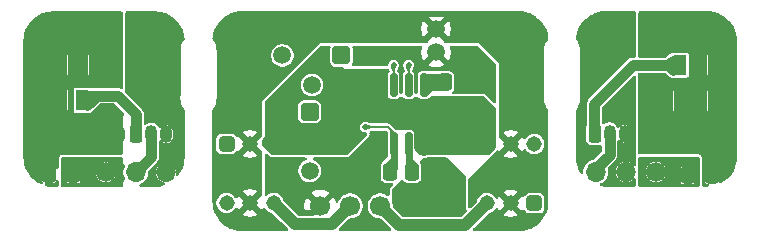
<source format=gtl>
G04 #@! TF.GenerationSoftware,KiCad,Pcbnew,9.0.2*
G04 #@! TF.CreationDate,2025-06-25T23:25:14-06:00*
G04 #@! TF.ProjectId,TurnSignal,5475726e-5369-4676-9e61-6c2e6b696361,rev?*
G04 #@! TF.SameCoordinates,Original*
G04 #@! TF.FileFunction,Copper,L1,Top*
G04 #@! TF.FilePolarity,Positive*
%FSLAX46Y46*%
G04 Gerber Fmt 4.6, Leading zero omitted, Abs format (unit mm)*
G04 Created by KiCad (PCBNEW 9.0.2) date 2025-06-25 23:25:14*
%MOMM*%
%LPD*%
G01*
G04 APERTURE LIST*
G04 Aperture macros list*
%AMRoundRect*
0 Rectangle with rounded corners*
0 $1 Rounding radius*
0 $2 $3 $4 $5 $6 $7 $8 $9 X,Y pos of 4 corners*
0 Add a 4 corners polygon primitive as box body*
4,1,4,$2,$3,$4,$5,$6,$7,$8,$9,$2,$3,0*
0 Add four circle primitives for the rounded corners*
1,1,$1+$1,$2,$3*
1,1,$1+$1,$4,$5*
1,1,$1+$1,$6,$7*
1,1,$1+$1,$8,$9*
0 Add four rect primitives between the rounded corners*
20,1,$1+$1,$2,$3,$4,$5,0*
20,1,$1+$1,$4,$5,$6,$7,0*
20,1,$1+$1,$6,$7,$8,$9,0*
20,1,$1+$1,$8,$9,$2,$3,0*%
G04 Aperture macros list end*
G04 #@! TA.AperFunction,ComponentPad*
%ADD10RoundRect,0.250000X-0.504000X0.504000X-0.504000X-0.504000X0.504000X-0.504000X0.504000X0.504000X0*%
G04 #@! TD*
G04 #@! TA.AperFunction,ComponentPad*
%ADD11C,1.508000*%
G04 #@! TD*
G04 #@! TA.AperFunction,SMDPad,CuDef*
%ADD12RoundRect,0.250000X-0.337500X-0.475000X0.337500X-0.475000X0.337500X0.475000X-0.337500X0.475000X0*%
G04 #@! TD*
G04 #@! TA.AperFunction,ComponentPad*
%ADD13RoundRect,0.250000X-0.404000X-0.404000X0.404000X-0.404000X0.404000X0.404000X-0.404000X0.404000X0*%
G04 #@! TD*
G04 #@! TA.AperFunction,ComponentPad*
%ADD14C,1.308000*%
G04 #@! TD*
G04 #@! TA.AperFunction,SMDPad,CuDef*
%ADD15RoundRect,0.250000X0.337500X0.475000X-0.337500X0.475000X-0.337500X-0.475000X0.337500X-0.475000X0*%
G04 #@! TD*
G04 #@! TA.AperFunction,ComponentPad*
%ADD16RoundRect,0.250000X0.404000X0.404000X-0.404000X0.404000X-0.404000X-0.404000X0.404000X-0.404000X0*%
G04 #@! TD*
G04 #@! TA.AperFunction,ComponentPad*
%ADD17RoundRect,0.250000X0.504000X0.504000X-0.504000X0.504000X-0.504000X-0.504000X0.504000X-0.504000X0*%
G04 #@! TD*
G04 #@! TA.AperFunction,SMDPad,CuDef*
%ADD18R,1.100000X1.700000*%
G04 #@! TD*
G04 #@! TA.AperFunction,ComponentPad*
%ADD19C,1.700000*%
G04 #@! TD*
G04 #@! TA.AperFunction,ComponentPad*
%ADD20O,1.700000X1.700000*%
G04 #@! TD*
G04 #@! TA.AperFunction,SMDPad,CuDef*
%ADD21RoundRect,0.150000X0.150000X-0.825000X0.150000X0.825000X-0.150000X0.825000X-0.150000X-0.825000X0*%
G04 #@! TD*
G04 #@! TA.AperFunction,ComponentPad*
%ADD22RoundRect,0.250000X-0.275000X-0.500000X0.275000X-0.500000X0.275000X0.500000X-0.275000X0.500000X0*%
G04 #@! TD*
G04 #@! TA.AperFunction,ComponentPad*
%ADD23O,1.050000X1.500000*%
G04 #@! TD*
G04 #@! TA.AperFunction,ComponentPad*
%ADD24C,1.500000*%
G04 #@! TD*
G04 #@! TA.AperFunction,ViaPad*
%ADD25C,0.600000*%
G04 #@! TD*
G04 #@! TA.AperFunction,ViaPad*
%ADD26C,0.500000*%
G04 #@! TD*
G04 #@! TA.AperFunction,Conductor*
%ADD27C,0.600000*%
G04 #@! TD*
G04 #@! TA.AperFunction,Conductor*
%ADD28C,0.500000*%
G04 #@! TD*
G04 #@! TA.AperFunction,Conductor*
%ADD29C,0.200000*%
G04 #@! TD*
G04 #@! TA.AperFunction,Conductor*
%ADD30C,0.900000*%
G04 #@! TD*
G04 #@! TA.AperFunction,Conductor*
%ADD31C,1.000000*%
G04 #@! TD*
G04 APERTURE END LIST*
D10*
X125080000Y-101939999D03*
D11*
X127580000Y-104439999D03*
X125080000Y-106939999D03*
D12*
X133730000Y-107024999D03*
X135805000Y-107024999D03*
D13*
X118040000Y-104660000D03*
D14*
X120040000Y-104660000D03*
X122040000Y-104660000D03*
X118040000Y-109660000D03*
X120040000Y-109660000D03*
X122040000Y-109660000D03*
D12*
X136530000Y-99430000D03*
X138605000Y-99430000D03*
D15*
X105084999Y-107250000D03*
X103009999Y-107250000D03*
D16*
X144100000Y-109680000D03*
D14*
X142100000Y-109680000D03*
X140100000Y-109680000D03*
X144100000Y-104680000D03*
X142100000Y-104680000D03*
X140100000Y-104680000D03*
D17*
X127770000Y-97170000D03*
D11*
X125270000Y-99670000D03*
X122770000Y-97170000D03*
D12*
X157075000Y-107305000D03*
X159150000Y-107305000D03*
D18*
X105845000Y-100965000D03*
X104045000Y-100965000D03*
X104045000Y-97965000D03*
X105845000Y-97965000D03*
D19*
X154390000Y-107030000D03*
D20*
X151850000Y-107030000D03*
X149310000Y-107030000D03*
D15*
X131890000Y-107024999D03*
X129815000Y-107024999D03*
D19*
X136130000Y-109910000D03*
X133590000Y-109910000D03*
X131050000Y-109910000D03*
X128510000Y-109910000D03*
X125970000Y-109910000D03*
D21*
X130915000Y-104649999D03*
X132185000Y-104649999D03*
X133455000Y-104649999D03*
X134725000Y-104649999D03*
X134725000Y-99699999D03*
X133455000Y-99699999D03*
X132185000Y-99699999D03*
X130915000Y-99699999D03*
D18*
X156424999Y-98000000D03*
X158224999Y-98000000D03*
X158224999Y-101000000D03*
X156424999Y-101000000D03*
D19*
X107809999Y-107075000D03*
D20*
X110349999Y-107075000D03*
X112889999Y-107075000D03*
D22*
X110415000Y-103830000D03*
D23*
X111685000Y-103830000D03*
X112955000Y-103830000D03*
D22*
X149200000Y-103800000D03*
D23*
X150470000Y-103800000D03*
X151740000Y-103800000D03*
D24*
X135780000Y-96920000D03*
X135780000Y-94920000D03*
D25*
X124320000Y-109080000D03*
X149610000Y-97400000D03*
X122030000Y-108150000D03*
X138640000Y-97970000D03*
X151910000Y-97080000D03*
X137450000Y-96730000D03*
X112320000Y-99370000D03*
X140410000Y-100140000D03*
X152200000Y-102110000D03*
X149620000Y-99440000D03*
X127430000Y-108650000D03*
X112320000Y-97370000D03*
X112320000Y-95370000D03*
X122030000Y-106410000D03*
X148110000Y-102450000D03*
X149610000Y-95380000D03*
X111625000Y-107890000D03*
X129270000Y-96740000D03*
X113810000Y-104740000D03*
X123540000Y-106420000D03*
X134050000Y-96730000D03*
D26*
X126670000Y-106400000D03*
D25*
X151900000Y-95390000D03*
X152190000Y-100060000D03*
X110320000Y-95370000D03*
X140420000Y-98180000D03*
X112320000Y-101370000D03*
X129760000Y-108640000D03*
X128320000Y-107370000D03*
X110320000Y-97370000D03*
X129810000Y-111320000D03*
X148140000Y-104950000D03*
X110320000Y-99370000D03*
X150470000Y-102130000D03*
D26*
X129780000Y-105230000D03*
X133455000Y-97974999D03*
X129800000Y-103230000D03*
D25*
X101570000Y-102458987D03*
X102570000Y-95458987D03*
X107570000Y-96458987D03*
X104570000Y-104458987D03*
X105570000Y-102458987D03*
X101570000Y-98458987D03*
X102570000Y-102458987D03*
X106570000Y-102458987D03*
X107570000Y-94458987D03*
X103570000Y-103458987D03*
X101570000Y-100458987D03*
X105570000Y-103458987D03*
X103570000Y-105458987D03*
X104570000Y-99458987D03*
X105570000Y-99458987D03*
X104570000Y-96458987D03*
X108570000Y-97458987D03*
X106570000Y-94458987D03*
X106570000Y-95458987D03*
X102570000Y-98458987D03*
X106570000Y-96458987D03*
X102570000Y-96458987D03*
X107570000Y-98458987D03*
X103570000Y-96458987D03*
X102570000Y-101458987D03*
X101570000Y-96458987D03*
X101570000Y-101458987D03*
X106570000Y-103458987D03*
X107570000Y-103458987D03*
X107570000Y-97458987D03*
X104570000Y-102458987D03*
X106570000Y-104458987D03*
X103570000Y-94458987D03*
X107570000Y-104458987D03*
X108570000Y-96458987D03*
X101570000Y-105458987D03*
X102570000Y-97458987D03*
X108570000Y-102458987D03*
X103570000Y-95458987D03*
X103570000Y-104458987D03*
X108570000Y-94458987D03*
X105570000Y-104458987D03*
X101570000Y-106458987D03*
X102570000Y-99458987D03*
X102570000Y-94458987D03*
X105570000Y-95458987D03*
X103570000Y-102458987D03*
X105570000Y-96458987D03*
X107570000Y-95458987D03*
X108570000Y-104458987D03*
X108570000Y-98458987D03*
X101570000Y-95458987D03*
X102570000Y-100458987D03*
X107570000Y-99458987D03*
X102570000Y-104458987D03*
X108570000Y-103458987D03*
X108570000Y-99458987D03*
X101570000Y-97458987D03*
X104570000Y-103458987D03*
X106570000Y-99458987D03*
X104570000Y-94458987D03*
X101570000Y-103458987D03*
X102570000Y-103458987D03*
X101570000Y-99458987D03*
X102570000Y-105458987D03*
X108570000Y-95458987D03*
X103570000Y-99458987D03*
X104570000Y-95458987D03*
X105570000Y-94458987D03*
X107570000Y-102458987D03*
X101570000Y-104458987D03*
D26*
X132180000Y-97974999D03*
D25*
X159735000Y-103448987D03*
X159735000Y-99448987D03*
X156735000Y-99448987D03*
X155735000Y-103448987D03*
X154735000Y-101448987D03*
X157735000Y-96448987D03*
X155735000Y-94448987D03*
X153735000Y-95448987D03*
X154735000Y-96448987D03*
X157735000Y-95448987D03*
X158735000Y-95448987D03*
X159735000Y-101448987D03*
X154735000Y-100448987D03*
X158735000Y-94448987D03*
X155735000Y-99448987D03*
X153735000Y-96448987D03*
X158735000Y-96448987D03*
X159735000Y-98448987D03*
X154735000Y-104448987D03*
X159735000Y-97448987D03*
X157735000Y-102448987D03*
X153735000Y-103448987D03*
X159735000Y-96448987D03*
X154735000Y-99448987D03*
X157735000Y-99448987D03*
X156735000Y-102448987D03*
X158735000Y-105448987D03*
X156735000Y-94448987D03*
X157735000Y-104448987D03*
X158735000Y-99448987D03*
X159735000Y-102448987D03*
X156735000Y-96448987D03*
X154735000Y-94448987D03*
X155735000Y-104448987D03*
X156735000Y-103448987D03*
X159735000Y-100448987D03*
X154735000Y-102448987D03*
X159735000Y-105448987D03*
X157735000Y-94448987D03*
X155735000Y-95448987D03*
X153735000Y-101448987D03*
X157735000Y-103448987D03*
X156735000Y-95448987D03*
X155735000Y-96448987D03*
X153735000Y-94448987D03*
X158735000Y-102448987D03*
X153735000Y-104448987D03*
X155735000Y-102448987D03*
X159735000Y-95448987D03*
X154735000Y-95448987D03*
X153740000Y-99460000D03*
X158735000Y-104448987D03*
X159735000Y-94448987D03*
X153735000Y-102448987D03*
X154735000Y-103448987D03*
X158735000Y-103448987D03*
X153735000Y-100448987D03*
X159735000Y-104448987D03*
X156735000Y-104448987D03*
D27*
X134725000Y-99699999D02*
X135084999Y-99340000D01*
X136730000Y-99299999D02*
X136179999Y-99850000D01*
X135084999Y-99340000D02*
X135430000Y-99340000D01*
X134725000Y-98999999D02*
X134725000Y-99699999D01*
X136455000Y-98999999D02*
X134725000Y-98999999D01*
X134855001Y-99850000D02*
X134830000Y-99824999D01*
X134830000Y-99824999D02*
X134830000Y-100374999D01*
X135619999Y-99609999D02*
X135930000Y-99299999D01*
X136179999Y-99850000D02*
X134855001Y-99850000D01*
X134855000Y-100374999D02*
X135619999Y-99609999D01*
X135930000Y-99299999D02*
X136730000Y-99299999D01*
D28*
X124299000Y-110509000D02*
X124240000Y-110450000D01*
X125970000Y-109910000D02*
X125371000Y-110509000D01*
X125371000Y-110509000D02*
X124299000Y-110509000D01*
D27*
X132185000Y-105969999D02*
X131605000Y-106549999D01*
D29*
X131870000Y-103400000D02*
X131990000Y-103520000D01*
D27*
X132185000Y-104649999D02*
X132185000Y-105969999D01*
D29*
X133455000Y-97974999D02*
X133455000Y-99699999D01*
X131700000Y-103230000D02*
X131870000Y-103400000D01*
X132185000Y-103715000D02*
X132185000Y-104649999D01*
X131870000Y-103400000D02*
X132185000Y-103715000D01*
X131990000Y-103520000D02*
X131990000Y-104040000D01*
D27*
X132185000Y-104649999D02*
X132185000Y-106729999D01*
D29*
X129800000Y-103230000D02*
X131700000Y-103230000D01*
D27*
X132185000Y-106729999D02*
X131890000Y-107024999D01*
D28*
X127580000Y-104439999D02*
X127080001Y-104439999D01*
X133569000Y-93681000D02*
X137191000Y-93681000D01*
X133460000Y-93790000D02*
X133569000Y-93681000D01*
X137191000Y-93681000D02*
X137310000Y-93800000D01*
D29*
X132180000Y-99694999D02*
X132185000Y-99699999D01*
X132180000Y-97974999D02*
X132180000Y-99694999D01*
D27*
X110735000Y-107065000D02*
X110745000Y-107075000D01*
D30*
X149310000Y-107030000D02*
X149310000Y-106720000D01*
X110349999Y-107075000D02*
X111685000Y-105739999D01*
X149310000Y-106720000D02*
X150470000Y-105560000D01*
X111685000Y-105739999D02*
X111685000Y-103830000D01*
D27*
X110735000Y-107065000D02*
X110720000Y-107080000D01*
D30*
X150470000Y-105560000D02*
X150470000Y-103800000D01*
X107045000Y-100565000D02*
X106245000Y-101365000D01*
X106195000Y-100565000D02*
X105795000Y-100965000D01*
X108820000Y-100575000D02*
X108820000Y-100565000D01*
X108820000Y-100565000D02*
X106195000Y-100565000D01*
X110415000Y-102170000D02*
X108820000Y-100575000D01*
X110415000Y-103830000D02*
X110415000Y-102170000D01*
X108820000Y-100565000D02*
X107045000Y-100565000D01*
D27*
X133455000Y-105999999D02*
X134005000Y-106549999D01*
X133455000Y-104649999D02*
X133455000Y-106774999D01*
X133455000Y-104649999D02*
X133455000Y-105999999D01*
X133455000Y-106774999D02*
X133705000Y-107024999D01*
D31*
X128510000Y-109910000D02*
X126960000Y-111460000D01*
X123840000Y-111460000D02*
X122040000Y-109660000D01*
X126960000Y-111460000D02*
X123840000Y-111460000D01*
X131050000Y-109910000D02*
X132669000Y-111529000D01*
X138251000Y-111529000D02*
X140100000Y-109680000D01*
X132669000Y-111529000D02*
X138251000Y-111529000D01*
D30*
X155860000Y-97605000D02*
X155935000Y-97605000D01*
X149190000Y-103790000D02*
X149200000Y-103800000D01*
X155460000Y-98005000D02*
X155860000Y-97605000D01*
X149190000Y-101300000D02*
X149190000Y-103790000D01*
X152485000Y-98005000D02*
X149190000Y-101300000D01*
X155460000Y-98005000D02*
X155860000Y-98405000D01*
X156410000Y-98005000D02*
X152485000Y-98005000D01*
G04 #@! TA.AperFunction,Conductor*
G36*
X135685234Y-93450185D02*
G01*
X135730989Y-93502989D01*
X135740933Y-93572147D01*
X135711908Y-93635703D01*
X135653130Y-93673477D01*
X135637593Y-93676973D01*
X135487294Y-93700778D01*
X135300161Y-93761582D01*
X135124863Y-93850899D01*
X135124859Y-93850902D01*
X135089873Y-93876320D01*
X135089872Y-93876320D01*
X135650590Y-94437037D01*
X135587007Y-94454075D01*
X135472993Y-94519901D01*
X135379901Y-94612993D01*
X135314075Y-94727007D01*
X135297037Y-94790590D01*
X134736320Y-94229872D01*
X134736320Y-94229873D01*
X134710902Y-94264859D01*
X134710899Y-94264863D01*
X134621582Y-94440161D01*
X134560778Y-94627294D01*
X134530000Y-94821617D01*
X134530000Y-95018382D01*
X134560778Y-95212705D01*
X134621581Y-95399835D01*
X134710905Y-95575145D01*
X134736319Y-95610125D01*
X134736320Y-95610125D01*
X135297037Y-95049408D01*
X135314075Y-95112993D01*
X135379901Y-95227007D01*
X135472993Y-95320099D01*
X135587007Y-95385925D01*
X135650590Y-95402962D01*
X135089873Y-95963677D01*
X135092439Y-95996270D01*
X135078075Y-96064647D01*
X135029024Y-96114405D01*
X134968821Y-96130000D01*
X125939999Y-96130000D01*
X121070000Y-100999999D01*
X121070000Y-101000000D01*
X121070000Y-103960023D01*
X121046530Y-104006910D01*
X121043456Y-104010095D01*
X120440000Y-104613552D01*
X120440000Y-104607339D01*
X120412741Y-104505606D01*
X120360080Y-104414394D01*
X120285606Y-104339920D01*
X120194394Y-104287259D01*
X120092661Y-104260000D01*
X120086447Y-104260000D01*
X120661396Y-103685049D01*
X120661395Y-103685048D01*
X120644834Y-103673014D01*
X120644830Y-103673012D01*
X120482984Y-103590548D01*
X120310225Y-103534415D01*
X120130821Y-103506000D01*
X119949179Y-103506000D01*
X119769774Y-103534415D01*
X119597015Y-103590548D01*
X119435170Y-103673012D01*
X119435161Y-103673018D01*
X119418603Y-103685048D01*
X119418602Y-103685049D01*
X119993554Y-104260000D01*
X119987339Y-104260000D01*
X119885606Y-104287259D01*
X119794394Y-104339920D01*
X119719920Y-104414394D01*
X119667259Y-104505606D01*
X119640000Y-104607339D01*
X119640000Y-104613553D01*
X119065049Y-104038602D01*
X119065048Y-104038603D01*
X119054285Y-104053417D01*
X118998954Y-104096082D01*
X118929341Y-104102061D01*
X118867546Y-104069455D01*
X118853025Y-104050067D01*
X118852311Y-104050595D01*
X118846792Y-104043117D01*
X118766150Y-103933850D01*
X118656882Y-103853207D01*
X118656880Y-103853206D01*
X118645859Y-103849350D01*
X118528700Y-103808353D01*
X118498270Y-103805500D01*
X118498266Y-103805500D01*
X117581734Y-103805500D01*
X117581730Y-103805500D01*
X117551300Y-103808353D01*
X117551298Y-103808353D01*
X117423119Y-103853206D01*
X117423117Y-103853207D01*
X117313850Y-103933850D01*
X117233207Y-104043117D01*
X117233206Y-104043119D01*
X117188353Y-104171298D01*
X117188353Y-104171300D01*
X117185500Y-104201730D01*
X117185500Y-105118269D01*
X117188353Y-105148699D01*
X117188353Y-105148701D01*
X117231166Y-105271050D01*
X117233207Y-105276882D01*
X117313850Y-105386150D01*
X117423118Y-105466793D01*
X117465611Y-105481662D01*
X117551299Y-105511646D01*
X117581730Y-105514500D01*
X117581734Y-105514500D01*
X118498270Y-105514500D01*
X118528699Y-105511646D01*
X118528701Y-105511646D01*
X118575557Y-105495249D01*
X118656882Y-105466793D01*
X118766150Y-105386150D01*
X118846793Y-105276882D01*
X118846794Y-105276880D01*
X118852311Y-105269405D01*
X118854540Y-105271050D01*
X118893034Y-105231472D01*
X118961094Y-105215673D01*
X119026891Y-105239178D01*
X119054283Y-105266580D01*
X119065048Y-105281395D01*
X119065049Y-105281396D01*
X119640000Y-104706445D01*
X119640000Y-104712661D01*
X119667259Y-104814394D01*
X119719920Y-104905606D01*
X119794394Y-104980080D01*
X119885606Y-105032741D01*
X119987339Y-105060000D01*
X119993554Y-105060000D01*
X119418602Y-105634949D01*
X119418603Y-105634950D01*
X119435165Y-105646985D01*
X119435179Y-105646993D01*
X119597012Y-105729450D01*
X119769774Y-105785584D01*
X119949179Y-105814000D01*
X120130821Y-105814000D01*
X120310225Y-105785584D01*
X120482984Y-105729451D01*
X120644831Y-105646986D01*
X120661396Y-105634949D01*
X120086447Y-105060000D01*
X120092661Y-105060000D01*
X120194394Y-105032741D01*
X120285606Y-104980080D01*
X120360080Y-104905606D01*
X120412741Y-104814394D01*
X120440000Y-104712661D01*
X120440000Y-104706446D01*
X121043456Y-105309902D01*
X121070000Y-105358513D01*
X121070000Y-108960023D01*
X121046530Y-109006910D01*
X121043456Y-109010095D01*
X120440000Y-109613552D01*
X120440000Y-109607339D01*
X120412741Y-109505606D01*
X120360080Y-109414394D01*
X120285606Y-109339920D01*
X120194394Y-109287259D01*
X120092661Y-109260000D01*
X120086447Y-109260000D01*
X120661396Y-108685049D01*
X120661395Y-108685048D01*
X120644834Y-108673014D01*
X120644830Y-108673012D01*
X120482984Y-108590548D01*
X120310225Y-108534415D01*
X120130821Y-108506000D01*
X119949179Y-108506000D01*
X119769774Y-108534415D01*
X119597015Y-108590548D01*
X119435170Y-108673012D01*
X119435161Y-108673018D01*
X119418603Y-108685048D01*
X119418602Y-108685049D01*
X119993554Y-109260000D01*
X119987339Y-109260000D01*
X119885606Y-109287259D01*
X119794394Y-109339920D01*
X119719920Y-109414394D01*
X119667259Y-109505606D01*
X119640000Y-109607339D01*
X119640000Y-109613553D01*
X119065049Y-109038602D01*
X119065048Y-109038603D01*
X119053018Y-109055161D01*
X119053009Y-109055175D01*
X118980567Y-109197349D01*
X118932593Y-109248144D01*
X118864772Y-109264939D01*
X118798637Y-109242401D01*
X118766981Y-109209943D01*
X118703737Y-109115292D01*
X118703731Y-109115284D01*
X118584715Y-108996268D01*
X118584711Y-108996265D01*
X118444764Y-108902755D01*
X118444755Y-108902750D01*
X118309847Y-108846870D01*
X118309845Y-108846869D01*
X118289253Y-108838339D01*
X118289241Y-108838336D01*
X118124165Y-108805500D01*
X118124161Y-108805500D01*
X117955839Y-108805500D01*
X117955834Y-108805500D01*
X117790758Y-108838336D01*
X117790750Y-108838338D01*
X117635244Y-108902750D01*
X117635235Y-108902755D01*
X117495288Y-108996265D01*
X117495284Y-108996268D01*
X117376268Y-109115284D01*
X117376265Y-109115288D01*
X117282755Y-109255235D01*
X117282750Y-109255244D01*
X117218338Y-109410750D01*
X117218336Y-109410758D01*
X117185500Y-109575834D01*
X117185500Y-109744165D01*
X117218336Y-109909241D01*
X117218338Y-109909249D01*
X117282750Y-110064755D01*
X117282755Y-110064764D01*
X117376265Y-110204711D01*
X117376268Y-110204715D01*
X117495284Y-110323731D01*
X117495288Y-110323734D01*
X117635235Y-110417244D01*
X117635241Y-110417247D01*
X117635242Y-110417248D01*
X117790751Y-110481662D01*
X117955834Y-110514499D01*
X117955838Y-110514500D01*
X117955839Y-110514500D01*
X118124162Y-110514500D01*
X118124163Y-110514499D01*
X118289249Y-110481662D01*
X118444758Y-110417248D01*
X118584712Y-110323734D01*
X118703734Y-110204712D01*
X118766982Y-110110054D01*
X118820592Y-110065251D01*
X118889917Y-110056543D01*
X118952945Y-110086697D01*
X118980568Y-110122651D01*
X119053012Y-110264829D01*
X119053014Y-110264834D01*
X119065048Y-110281395D01*
X119065049Y-110281396D01*
X119640000Y-109706445D01*
X119640000Y-109712661D01*
X119667259Y-109814394D01*
X119719920Y-109905606D01*
X119794394Y-109980080D01*
X119885606Y-110032741D01*
X119987339Y-110060000D01*
X119993554Y-110060000D01*
X119418602Y-110634949D01*
X119418603Y-110634950D01*
X119435165Y-110646985D01*
X119435179Y-110646993D01*
X119597012Y-110729450D01*
X119769774Y-110785584D01*
X119949179Y-110814000D01*
X120130821Y-110814000D01*
X120310225Y-110785584D01*
X120482984Y-110729451D01*
X120644831Y-110646986D01*
X120661396Y-110634949D01*
X120086447Y-110060000D01*
X120092661Y-110060000D01*
X120194394Y-110032741D01*
X120285606Y-109980080D01*
X120360080Y-109905606D01*
X120412741Y-109814394D01*
X120440000Y-109712661D01*
X120440000Y-109706446D01*
X121014949Y-110281395D01*
X121026986Y-110264831D01*
X121099431Y-110122651D01*
X121147405Y-110071855D01*
X121215226Y-110055060D01*
X121281361Y-110077597D01*
X121313018Y-110110055D01*
X121376265Y-110204712D01*
X121495284Y-110323731D01*
X121495288Y-110323734D01*
X121635235Y-110417244D01*
X121635241Y-110417247D01*
X121635242Y-110417248D01*
X121790751Y-110481662D01*
X121854042Y-110494251D01*
X121915949Y-110526633D01*
X121917474Y-110528131D01*
X122643452Y-111254108D01*
X123207163Y-111817819D01*
X123240648Y-111879142D01*
X123235664Y-111948834D01*
X123193792Y-112004767D01*
X123128328Y-112029184D01*
X123119482Y-112029500D01*
X119343751Y-112029500D01*
X119336264Y-112029274D01*
X119046205Y-112011728D01*
X119031340Y-112009923D01*
X118749201Y-111958219D01*
X118734663Y-111954635D01*
X118460832Y-111869306D01*
X118446831Y-111863997D01*
X118185263Y-111746275D01*
X118172004Y-111739316D01*
X117926540Y-111590928D01*
X117914217Y-111582422D01*
X117688426Y-111405526D01*
X117677218Y-111395596D01*
X117474403Y-111192781D01*
X117464473Y-111181573D01*
X117421572Y-111126814D01*
X117287573Y-110955776D01*
X117279075Y-110943465D01*
X117130680Y-110697989D01*
X117123727Y-110684743D01*
X117006000Y-110423163D01*
X117000693Y-110409167D01*
X116980303Y-110343734D01*
X116915363Y-110135335D01*
X116911780Y-110120798D01*
X116905175Y-110084758D01*
X116860075Y-109838657D01*
X116858271Y-109823794D01*
X116857702Y-109814394D01*
X116840726Y-109533736D01*
X116840500Y-109526249D01*
X116840500Y-101798229D01*
X116860185Y-101731190D01*
X116870016Y-101717925D01*
X116912187Y-101668307D01*
X116912187Y-101668305D01*
X116912191Y-101668302D01*
X117037143Y-101463473D01*
X117128604Y-101241655D01*
X117184333Y-101008283D01*
X117202966Y-100769074D01*
X117200386Y-100736459D01*
X117200000Y-100726681D01*
X117200000Y-97075985D01*
X121815500Y-97075985D01*
X121815500Y-97264014D01*
X121852179Y-97448409D01*
X121852182Y-97448421D01*
X121924129Y-97622118D01*
X121924136Y-97622131D01*
X122028591Y-97778457D01*
X122028594Y-97778461D01*
X122161538Y-97911405D01*
X122161542Y-97911408D01*
X122317868Y-98015863D01*
X122317881Y-98015870D01*
X122489796Y-98087079D01*
X122491583Y-98087819D01*
X122661642Y-98121646D01*
X122675985Y-98124499D01*
X122675988Y-98124500D01*
X122675990Y-98124500D01*
X122864012Y-98124500D01*
X122864013Y-98124499D01*
X123048417Y-98087819D01*
X123222125Y-98015867D01*
X123378458Y-97911408D01*
X123511408Y-97778458D01*
X123615867Y-97622125D01*
X123687819Y-97448417D01*
X123724500Y-97264010D01*
X123724500Y-97075990D01*
X123724500Y-97075987D01*
X123724499Y-97075985D01*
X123694105Y-96923186D01*
X123687819Y-96891583D01*
X123664130Y-96834392D01*
X123615870Y-96717881D01*
X123615863Y-96717868D01*
X123511408Y-96561542D01*
X123511405Y-96561538D01*
X123378461Y-96428594D01*
X123378457Y-96428591D01*
X123222131Y-96324136D01*
X123222118Y-96324129D01*
X123048421Y-96252182D01*
X123048409Y-96252179D01*
X122864013Y-96215500D01*
X122864010Y-96215500D01*
X122675990Y-96215500D01*
X122675987Y-96215500D01*
X122491590Y-96252179D01*
X122491578Y-96252182D01*
X122317881Y-96324129D01*
X122317868Y-96324136D01*
X122161542Y-96428591D01*
X122161538Y-96428594D01*
X122028594Y-96561538D01*
X122028591Y-96561542D01*
X121924136Y-96717868D01*
X121924129Y-96717881D01*
X121852182Y-96891578D01*
X121852179Y-96891590D01*
X121815500Y-97075985D01*
X117200000Y-97075985D01*
X117200000Y-96750000D01*
X117195832Y-96739938D01*
X117186707Y-96701310D01*
X117184766Y-96674108D01*
X117174749Y-96533714D01*
X117121294Y-96302595D01*
X117032568Y-96082592D01*
X116910727Y-95879052D01*
X116879661Y-95841827D01*
X116868136Y-95815298D01*
X116853995Y-95790064D01*
X116853249Y-95781031D01*
X116851821Y-95777744D01*
X116851091Y-95754896D01*
X116858271Y-95636200D01*
X116860076Y-95621340D01*
X116900669Y-95399835D01*
X116911780Y-95339197D01*
X116915364Y-95324663D01*
X117000696Y-95050822D01*
X117005998Y-95036841D01*
X117123731Y-94775249D01*
X117130682Y-94762007D01*
X117130684Y-94762004D01*
X117279080Y-94516526D01*
X117287567Y-94504230D01*
X117464480Y-94278417D01*
X117474395Y-94267226D01*
X117677226Y-94064395D01*
X117688417Y-94054480D01*
X117914230Y-93877567D01*
X117926526Y-93869080D01*
X118172016Y-93720676D01*
X118185249Y-93713731D01*
X118446841Y-93595998D01*
X118460822Y-93590696D01*
X118734668Y-93505362D01*
X118749197Y-93501780D01*
X119031344Y-93450075D01*
X119046201Y-93448271D01*
X119336264Y-93430726D01*
X119343751Y-93430500D01*
X119405892Y-93430500D01*
X135618195Y-93430500D01*
X135685234Y-93450185D01*
G37*
G04 #@! TD.AperFunction*
G04 #@! TA.AperFunction,Conductor*
G36*
X142803736Y-93430726D02*
G01*
X143093796Y-93448271D01*
X143108657Y-93450075D01*
X143390798Y-93501780D01*
X143405335Y-93505363D01*
X143679172Y-93590695D01*
X143693163Y-93596000D01*
X143954743Y-93713727D01*
X143967989Y-93720680D01*
X144213465Y-93869075D01*
X144225776Y-93877573D01*
X144451573Y-94054473D01*
X144462781Y-94064403D01*
X144665596Y-94267218D01*
X144675526Y-94278426D01*
X144795481Y-94431538D01*
X144852422Y-94504217D01*
X144860926Y-94516537D01*
X145007678Y-94759295D01*
X145009316Y-94762004D01*
X145016275Y-94775263D01*
X145133997Y-95036831D01*
X145139306Y-95050832D01*
X145224635Y-95324663D01*
X145228219Y-95339201D01*
X145279923Y-95621340D01*
X145281728Y-95636204D01*
X145288532Y-95748678D01*
X145272931Y-95816784D01*
X145258657Y-95837153D01*
X145229573Y-95870873D01*
X145229570Y-95870877D01*
X145229569Y-95870879D01*
X145219166Y-95887685D01*
X145103771Y-96074097D01*
X145011383Y-96294530D01*
X144954695Y-96526715D01*
X144935106Y-96764920D01*
X144939648Y-96825055D01*
X144940000Y-96834392D01*
X144940000Y-100470274D01*
X144937858Y-100493222D01*
X144917484Y-100601404D01*
X144909809Y-100839010D01*
X144909809Y-100839014D01*
X144938636Y-101074989D01*
X145003284Y-101303758D01*
X145003286Y-101303763D01*
X145076389Y-101463473D01*
X145102226Y-101519920D01*
X145233125Y-101718367D01*
X145267324Y-101756051D01*
X145297800Y-101818922D01*
X145299500Y-101839383D01*
X145299500Y-109526249D01*
X145299274Y-109533736D01*
X145281728Y-109823794D01*
X145279923Y-109838659D01*
X145228219Y-110120798D01*
X145224635Y-110135336D01*
X145139306Y-110409167D01*
X145133997Y-110423168D01*
X145016275Y-110684736D01*
X145009316Y-110697995D01*
X144860928Y-110943459D01*
X144852422Y-110955782D01*
X144675526Y-111181573D01*
X144665596Y-111192781D01*
X144462781Y-111395596D01*
X144451573Y-111405526D01*
X144225782Y-111582422D01*
X144213459Y-111590928D01*
X143967995Y-111739316D01*
X143954736Y-111746275D01*
X143693168Y-111863997D01*
X143679167Y-111869306D01*
X143405336Y-111954635D01*
X143390798Y-111958219D01*
X143108659Y-112009923D01*
X143093794Y-112011728D01*
X142803736Y-112029274D01*
X142796249Y-112029500D01*
X139040519Y-112029500D01*
X138973480Y-112009815D01*
X138927725Y-111957011D01*
X138917781Y-111887853D01*
X138946806Y-111824297D01*
X138952838Y-111817819D01*
X139257471Y-111513186D01*
X140222470Y-110548185D01*
X140236549Y-110540100D01*
X140246104Y-110529688D01*
X140272457Y-110519479D01*
X140278613Y-110515945D01*
X140282248Y-110514988D01*
X140349249Y-110501662D01*
X140504758Y-110437248D01*
X140644712Y-110343734D01*
X140763734Y-110224712D01*
X140826982Y-110130054D01*
X140880592Y-110085251D01*
X140949917Y-110076543D01*
X141012945Y-110106697D01*
X141040568Y-110142651D01*
X141113012Y-110284829D01*
X141113014Y-110284834D01*
X141125048Y-110301395D01*
X141125049Y-110301396D01*
X141700000Y-109726445D01*
X141700000Y-109732661D01*
X141727259Y-109834394D01*
X141779920Y-109925606D01*
X141854394Y-110000080D01*
X141945606Y-110052741D01*
X142047339Y-110080000D01*
X142053554Y-110080000D01*
X141478602Y-110654949D01*
X141478603Y-110654950D01*
X141495165Y-110666985D01*
X141495179Y-110666993D01*
X141657012Y-110749450D01*
X141829774Y-110805584D01*
X142009179Y-110834000D01*
X142190821Y-110834000D01*
X142370225Y-110805584D01*
X142542984Y-110749451D01*
X142704831Y-110666986D01*
X142721396Y-110654949D01*
X142146447Y-110080000D01*
X142152661Y-110080000D01*
X142254394Y-110052741D01*
X142345606Y-110000080D01*
X142420080Y-109925606D01*
X142472741Y-109834394D01*
X142500000Y-109732661D01*
X142500000Y-109726446D01*
X143074949Y-110301396D01*
X143074950Y-110301395D01*
X143085719Y-110286576D01*
X143141051Y-110243914D01*
X143210665Y-110237939D01*
X143272458Y-110270549D01*
X143286975Y-110289931D01*
X143287689Y-110289405D01*
X143293206Y-110296880D01*
X143293207Y-110296882D01*
X143373850Y-110406150D01*
X143483118Y-110486793D01*
X143525403Y-110501589D01*
X143611299Y-110531646D01*
X143641730Y-110534500D01*
X143641734Y-110534500D01*
X144558270Y-110534500D01*
X144588699Y-110531646D01*
X144588701Y-110531646D01*
X144652790Y-110509219D01*
X144716882Y-110486793D01*
X144826150Y-110406150D01*
X144906793Y-110296882D01*
X144939045Y-110204711D01*
X144951646Y-110168701D01*
X144951646Y-110168699D01*
X144954500Y-110138269D01*
X144954500Y-109221730D01*
X144951646Y-109191300D01*
X144951646Y-109191298D01*
X144916147Y-109089850D01*
X144906793Y-109063118D01*
X144826150Y-108953850D01*
X144716882Y-108873207D01*
X144716880Y-108873206D01*
X144588700Y-108828353D01*
X144558270Y-108825500D01*
X144558266Y-108825500D01*
X143641734Y-108825500D01*
X143641730Y-108825500D01*
X143611300Y-108828353D01*
X143611298Y-108828353D01*
X143483119Y-108873206D01*
X143483117Y-108873207D01*
X143373850Y-108953850D01*
X143302520Y-109050500D01*
X143287689Y-109070595D01*
X143285464Y-109068953D01*
X143246929Y-109108548D01*
X143178863Y-109124324D01*
X143113074Y-109100796D01*
X143085717Y-109073421D01*
X143074950Y-109058603D01*
X143074949Y-109058602D01*
X142500000Y-109633552D01*
X142500000Y-109627339D01*
X142472741Y-109525606D01*
X142420080Y-109434394D01*
X142345606Y-109359920D01*
X142254394Y-109307259D01*
X142152661Y-109280000D01*
X142146447Y-109280000D01*
X142721396Y-108705049D01*
X142721395Y-108705048D01*
X142704834Y-108693014D01*
X142704830Y-108693012D01*
X142542984Y-108610548D01*
X142370225Y-108554415D01*
X142190821Y-108526000D01*
X142009179Y-108526000D01*
X141829774Y-108554415D01*
X141657015Y-108610548D01*
X141495170Y-108693012D01*
X141495161Y-108693018D01*
X141478603Y-108705048D01*
X141478602Y-108705049D01*
X142053554Y-109280000D01*
X142047339Y-109280000D01*
X141945606Y-109307259D01*
X141854394Y-109359920D01*
X141779920Y-109434394D01*
X141727259Y-109525606D01*
X141700000Y-109627339D01*
X141700000Y-109633553D01*
X141125049Y-109058602D01*
X141125048Y-109058603D01*
X141113018Y-109075161D01*
X141113009Y-109075175D01*
X141040567Y-109217349D01*
X140992593Y-109268144D01*
X140924772Y-109284939D01*
X140858637Y-109262401D01*
X140826981Y-109229943D01*
X140763737Y-109135292D01*
X140763731Y-109135284D01*
X140644715Y-109016268D01*
X140644711Y-109016265D01*
X140504764Y-108922755D01*
X140504755Y-108922750D01*
X140369847Y-108866870D01*
X140369845Y-108866869D01*
X140349253Y-108858339D01*
X140349241Y-108858336D01*
X140184165Y-108825500D01*
X140184161Y-108825500D01*
X140015839Y-108825500D01*
X140015834Y-108825500D01*
X139850758Y-108858336D01*
X139850750Y-108858338D01*
X139695244Y-108922750D01*
X139695235Y-108922755D01*
X139555288Y-109016265D01*
X139555284Y-109016268D01*
X139436268Y-109135284D01*
X139436265Y-109135288D01*
X139342755Y-109275235D01*
X139342750Y-109275244D01*
X139278337Y-109430752D01*
X139278336Y-109430756D01*
X139265748Y-109494040D01*
X139233363Y-109555951D01*
X139231812Y-109557529D01*
X138701681Y-110087661D01*
X138640358Y-110121146D01*
X138570667Y-110116162D01*
X138514733Y-110074291D01*
X138490316Y-110008826D01*
X138490000Y-109999980D01*
X138490000Y-107691361D01*
X138509685Y-107624322D01*
X138526314Y-107603685D01*
X140901925Y-105228074D01*
X140963244Y-105194592D01*
X141032936Y-105199576D01*
X141088869Y-105241448D01*
X141100087Y-105259463D01*
X141113012Y-105284830D01*
X141113014Y-105284834D01*
X141125048Y-105301395D01*
X141125049Y-105301396D01*
X141700000Y-104726445D01*
X141700000Y-104732661D01*
X141727259Y-104834394D01*
X141779920Y-104925606D01*
X141854394Y-105000080D01*
X141945606Y-105052741D01*
X142047339Y-105080000D01*
X142053554Y-105080000D01*
X141478602Y-105654949D01*
X141478603Y-105654950D01*
X141495165Y-105666985D01*
X141495179Y-105666993D01*
X141657012Y-105749450D01*
X141829774Y-105805584D01*
X142009179Y-105834000D01*
X142190821Y-105834000D01*
X142370225Y-105805584D01*
X142542984Y-105749451D01*
X142704831Y-105666986D01*
X142721396Y-105654949D01*
X142146447Y-105080000D01*
X142152661Y-105080000D01*
X142254394Y-105052741D01*
X142345606Y-105000080D01*
X142420080Y-104925606D01*
X142472741Y-104834394D01*
X142500000Y-104732661D01*
X142500000Y-104726446D01*
X143074949Y-105301395D01*
X143086986Y-105284831D01*
X143159431Y-105142651D01*
X143207405Y-105091855D01*
X143275226Y-105075060D01*
X143341361Y-105097597D01*
X143373018Y-105130055D01*
X143436265Y-105224712D01*
X143555284Y-105343731D01*
X143555288Y-105343734D01*
X143695235Y-105437244D01*
X143695241Y-105437247D01*
X143695242Y-105437248D01*
X143850751Y-105501662D01*
X144015834Y-105534499D01*
X144015838Y-105534500D01*
X144015839Y-105534500D01*
X144184162Y-105534500D01*
X144184163Y-105534499D01*
X144349249Y-105501662D01*
X144504758Y-105437248D01*
X144644712Y-105343734D01*
X144763734Y-105224712D01*
X144857248Y-105084758D01*
X144921662Y-104929249D01*
X144954500Y-104764161D01*
X144954500Y-104595839D01*
X144921662Y-104430751D01*
X144857248Y-104275242D01*
X144857247Y-104275241D01*
X144857244Y-104275235D01*
X144763734Y-104135288D01*
X144763731Y-104135284D01*
X144644715Y-104016268D01*
X144644711Y-104016265D01*
X144504764Y-103922755D01*
X144504755Y-103922750D01*
X144349249Y-103858338D01*
X144349241Y-103858336D01*
X144184165Y-103825500D01*
X144184161Y-103825500D01*
X144015839Y-103825500D01*
X144015834Y-103825500D01*
X143850758Y-103858336D01*
X143850750Y-103858338D01*
X143695244Y-103922750D01*
X143695235Y-103922755D01*
X143555288Y-104016265D01*
X143555284Y-104016268D01*
X143436268Y-104135284D01*
X143436265Y-104135288D01*
X143373018Y-104229944D01*
X143319406Y-104274749D01*
X143250081Y-104283456D01*
X143187053Y-104253301D01*
X143159431Y-104217347D01*
X143086993Y-104075179D01*
X143086985Y-104075165D01*
X143074950Y-104058603D01*
X143074949Y-104058602D01*
X142500000Y-104633552D01*
X142500000Y-104627339D01*
X142472741Y-104525606D01*
X142420080Y-104434394D01*
X142345606Y-104359920D01*
X142254394Y-104307259D01*
X142152661Y-104280000D01*
X142146447Y-104280000D01*
X142721396Y-103705049D01*
X142721395Y-103705048D01*
X142704834Y-103693014D01*
X142704830Y-103693012D01*
X142542984Y-103610548D01*
X142370225Y-103554415D01*
X142190821Y-103526000D01*
X142009179Y-103526000D01*
X141829774Y-103554415D01*
X141657015Y-103610548D01*
X141495170Y-103693012D01*
X141495161Y-103693018D01*
X141478603Y-103705048D01*
X141478602Y-103705049D01*
X142053554Y-104280000D01*
X142047339Y-104280000D01*
X141945606Y-104307259D01*
X141854394Y-104359920D01*
X141779920Y-104434394D01*
X141727259Y-104525606D01*
X141700000Y-104627339D01*
X141700000Y-104633553D01*
X141102979Y-104036532D01*
X141090000Y-104012762D01*
X141090000Y-97820000D01*
X139400000Y-96130000D01*
X136591179Y-96130000D01*
X136524140Y-96110315D01*
X136478385Y-96057511D01*
X136467561Y-95996271D01*
X136470126Y-95963678D01*
X135909410Y-95402962D01*
X135972993Y-95385925D01*
X136087007Y-95320099D01*
X136180099Y-95227007D01*
X136245925Y-95112993D01*
X136262962Y-95049410D01*
X136823678Y-95610126D01*
X136823678Y-95610125D01*
X136849095Y-95575143D01*
X136938418Y-95399835D01*
X136999221Y-95212705D01*
X137030000Y-95018382D01*
X137030000Y-94821617D01*
X136999221Y-94627294D01*
X136938418Y-94440164D01*
X136849096Y-94264858D01*
X136823678Y-94229873D01*
X136823677Y-94229873D01*
X136262962Y-94790589D01*
X136245925Y-94727007D01*
X136180099Y-94612993D01*
X136087007Y-94519901D01*
X135972993Y-94454075D01*
X135909409Y-94437037D01*
X136470125Y-93876320D01*
X136470125Y-93876319D01*
X136435145Y-93850905D01*
X136259835Y-93761581D01*
X136072705Y-93700778D01*
X135922407Y-93676973D01*
X135859272Y-93647044D01*
X135822341Y-93587732D01*
X135823339Y-93517870D01*
X135861949Y-93459637D01*
X135925913Y-93431523D01*
X135941805Y-93430500D01*
X142734108Y-93430500D01*
X142796249Y-93430500D01*
X142803736Y-93430726D01*
G37*
G04 #@! TD.AperFunction*
G04 #@! TA.AperFunction,Conductor*
G36*
X136695677Y-105819685D02*
G01*
X136716319Y-105836319D01*
X138294076Y-107414076D01*
X138327561Y-107475399D01*
X138322577Y-107545091D01*
X138316277Y-107559220D01*
X138312513Y-107566416D01*
X138312508Y-107566428D01*
X138292826Y-107633455D01*
X138284500Y-107691364D01*
X138284500Y-109999983D01*
X138284631Y-110007311D01*
X138284947Y-110016160D01*
X138284947Y-110016164D01*
X138297772Y-110080639D01*
X138322188Y-110146101D01*
X138332399Y-110169078D01*
X138332399Y-110169079D01*
X138390612Y-110237660D01*
X138418987Y-110301508D01*
X138408339Y-110370562D01*
X138383757Y-110405584D01*
X137997162Y-110792181D01*
X137935839Y-110825666D01*
X137909481Y-110828500D01*
X133010519Y-110828500D01*
X132943480Y-110808815D01*
X132922838Y-110792181D01*
X132136819Y-110006162D01*
X132103334Y-109944839D01*
X132100500Y-109918481D01*
X132100500Y-109806534D01*
X132100499Y-109806530D01*
X132075331Y-109680000D01*
X132060130Y-109603580D01*
X132059437Y-109601908D01*
X132059085Y-109600138D01*
X132058362Y-109597753D01*
X132058596Y-109597681D01*
X132050000Y-109554459D01*
X132050000Y-108578861D01*
X132069685Y-108511822D01*
X132086314Y-108491185D01*
X132834706Y-107742793D01*
X132896025Y-107709311D01*
X132965716Y-107714295D01*
X133021650Y-107756167D01*
X133022153Y-107756844D01*
X133070348Y-107822147D01*
X133070349Y-107822147D01*
X133070350Y-107822149D01*
X133179618Y-107902792D01*
X133222345Y-107917743D01*
X133307799Y-107947645D01*
X133338230Y-107950499D01*
X133338234Y-107950499D01*
X134121770Y-107950499D01*
X134152199Y-107947645D01*
X134152201Y-107947645D01*
X134216290Y-107925218D01*
X134280382Y-107902792D01*
X134389650Y-107822149D01*
X134470293Y-107712881D01*
X134492719Y-107648789D01*
X134515146Y-107584700D01*
X134515146Y-107584698D01*
X134518000Y-107554268D01*
X134518000Y-106495729D01*
X134515146Y-106465299D01*
X134515146Y-106465297D01*
X134470293Y-106337118D01*
X134470293Y-106337117D01*
X134436030Y-106290692D01*
X134412060Y-106225063D01*
X134427376Y-106156892D01*
X134448110Y-106129389D01*
X134715684Y-105861815D01*
X134736912Y-105850224D01*
X134755722Y-105835016D01*
X134769983Y-105832167D01*
X134777005Y-105828333D01*
X134789906Y-105826231D01*
X134796611Y-105825499D01*
X134908260Y-105825499D01*
X134976393Y-105815572D01*
X135001939Y-105803083D01*
X135023476Y-105800732D01*
X135029283Y-105801769D01*
X135036933Y-105800000D01*
X136628638Y-105800000D01*
X136695677Y-105819685D01*
G37*
G04 #@! TD.AperFunction*
G04 #@! TA.AperFunction,Conductor*
G36*
X126796641Y-96355185D02*
G01*
X126842396Y-96407989D01*
X126852340Y-96477147D01*
X126846643Y-96500455D01*
X126818353Y-96581298D01*
X126818353Y-96581300D01*
X126815500Y-96611730D01*
X126815500Y-97728269D01*
X126818353Y-97758699D01*
X126818353Y-97758701D01*
X126863206Y-97886880D01*
X126863207Y-97886882D01*
X126943850Y-97996150D01*
X127053118Y-98076793D01*
X127082514Y-98087079D01*
X127181299Y-98121646D01*
X127211730Y-98124500D01*
X127859738Y-98124500D01*
X127926777Y-98144185D01*
X127972532Y-98196989D01*
X127983734Y-98249484D01*
X127983491Y-98279999D01*
X127983492Y-98280000D01*
X131711981Y-98280000D01*
X131735678Y-98286958D01*
X131760217Y-98289767D01*
X131768614Y-98296629D01*
X131779020Y-98299685D01*
X131795192Y-98318348D01*
X131814319Y-98333979D01*
X131821654Y-98348887D01*
X131824775Y-98352489D01*
X131829901Y-98365648D01*
X131860081Y-98458441D01*
X131862096Y-98528281D01*
X131829843Y-98584474D01*
X131745802Y-98668515D01*
X131694426Y-98773607D01*
X131684500Y-98841738D01*
X131684500Y-100558259D01*
X131694426Y-100626390D01*
X131745803Y-100731484D01*
X131828514Y-100814195D01*
X131828515Y-100814195D01*
X131828517Y-100814197D01*
X131933607Y-100865572D01*
X131967673Y-100870535D01*
X132001739Y-100875499D01*
X132001740Y-100875499D01*
X132368261Y-100875499D01*
X132395954Y-100871464D01*
X132436393Y-100865572D01*
X132541483Y-100814197D01*
X132624198Y-100731482D01*
X132630037Y-100719539D01*
X132640982Y-100707559D01*
X132647724Y-100692797D01*
X132664064Y-100682295D01*
X132677165Y-100667957D01*
X132693460Y-100663404D01*
X132706502Y-100655023D01*
X132741437Y-100650000D01*
X132898563Y-100650000D01*
X132965602Y-100669685D01*
X133009963Y-100719539D01*
X133015802Y-100731483D01*
X133098514Y-100814195D01*
X133098515Y-100814195D01*
X133098517Y-100814197D01*
X133203607Y-100865572D01*
X133237673Y-100870535D01*
X133271739Y-100875499D01*
X133271740Y-100875499D01*
X133638261Y-100875499D01*
X133665954Y-100871464D01*
X133706393Y-100865572D01*
X133811483Y-100814197D01*
X133894198Y-100731482D01*
X133900037Y-100719539D01*
X133910982Y-100707559D01*
X133917724Y-100692797D01*
X133934064Y-100682295D01*
X133947165Y-100667957D01*
X133963460Y-100663404D01*
X133976502Y-100655023D01*
X134011437Y-100650000D01*
X134168563Y-100650000D01*
X134235602Y-100669685D01*
X134279963Y-100719539D01*
X134285802Y-100731483D01*
X134368514Y-100814195D01*
X134368515Y-100814195D01*
X134368517Y-100814197D01*
X134473607Y-100865572D01*
X134507673Y-100870535D01*
X134541739Y-100875499D01*
X134541740Y-100875499D01*
X134920890Y-100875499D01*
X134920893Y-100875499D01*
X134935949Y-100871464D01*
X134976393Y-100865572D01*
X134998773Y-100854631D01*
X135048186Y-100841391D01*
X135162315Y-100775498D01*
X135261494Y-100676319D01*
X135322817Y-100642834D01*
X135349175Y-100640000D01*
X139806138Y-100640000D01*
X139873177Y-100659685D01*
X139893819Y-100676319D01*
X140848181Y-101630681D01*
X140881666Y-101692004D01*
X140884500Y-101718362D01*
X140884500Y-104012751D01*
X140884767Y-104023232D01*
X140885930Y-104030901D01*
X140884862Y-104031062D01*
X140887500Y-104050089D01*
X140887500Y-104928238D01*
X140867815Y-104995277D01*
X140822927Y-105037070D01*
X140803443Y-105047708D01*
X140756616Y-105082763D01*
X140756604Y-105082773D01*
X140255698Y-105583681D01*
X140194375Y-105617166D01*
X140168017Y-105620000D01*
X136762857Y-105620000D01*
X136727921Y-105614977D01*
X136686543Y-105602826D01*
X136685894Y-105602732D01*
X136628638Y-105594500D01*
X135036933Y-105594500D01*
X135031404Y-105595130D01*
X135029111Y-105595392D01*
X135029107Y-105595392D01*
X135015586Y-105596935D01*
X135001176Y-105596446D01*
X134979639Y-105598797D01*
X134922005Y-105615476D01*
X134916128Y-105616579D01*
X134915344Y-105616500D01*
X134911157Y-105617406D01*
X134902259Y-105618703D01*
X134884381Y-105619999D01*
X134794926Y-105619999D01*
X134794854Y-105620000D01*
X134471362Y-105620000D01*
X134404323Y-105600315D01*
X134383681Y-105583681D01*
X133991819Y-105191819D01*
X133958334Y-105130496D01*
X133955500Y-105104138D01*
X133955500Y-103791738D01*
X133945573Y-103723607D01*
X133945573Y-103723606D01*
X133894198Y-103618516D01*
X133894196Y-103618514D01*
X133894196Y-103618513D01*
X133811482Y-103535799D01*
X133701568Y-103482066D01*
X133691119Y-103474606D01*
X133680000Y-103470000D01*
X133679999Y-103470000D01*
X132416333Y-103470000D01*
X132349294Y-103450315D01*
X132328652Y-103433681D01*
X131884512Y-102989541D01*
X131884507Y-102989537D01*
X131875065Y-102984086D01*
X131875064Y-102984086D01*
X131815991Y-102949980D01*
X131815990Y-102949979D01*
X131790513Y-102943152D01*
X131739562Y-102929500D01*
X131739560Y-102929500D01*
X130362808Y-102929500D01*
X130324455Y-102923420D01*
X130226759Y-102891645D01*
X129924801Y-102793435D01*
X129924785Y-102793430D01*
X129924778Y-102793428D01*
X129913585Y-102790137D01*
X129913555Y-102790129D01*
X129912271Y-102789791D01*
X129912215Y-102789776D01*
X129912076Y-102789740D01*
X129909853Y-102789669D01*
X129881732Y-102785508D01*
X129859310Y-102779500D01*
X129859309Y-102779500D01*
X129740691Y-102779500D01*
X129626114Y-102810201D01*
X129626112Y-102810201D01*
X129626112Y-102810202D01*
X129523387Y-102869511D01*
X129523384Y-102869513D01*
X129439513Y-102953384D01*
X129439511Y-102953387D01*
X129380201Y-103056114D01*
X129349500Y-103170691D01*
X129349500Y-103289309D01*
X129380201Y-103403886D01*
X129439511Y-103506613D01*
X129523387Y-103590489D01*
X129626114Y-103649799D01*
X129740691Y-103680500D01*
X129740694Y-103680500D01*
X129830137Y-103680500D01*
X129897176Y-103700185D01*
X129942931Y-103752989D01*
X129952875Y-103822147D01*
X129923850Y-103885703D01*
X129917818Y-103892181D01*
X128246319Y-105563681D01*
X128184996Y-105597166D01*
X128158638Y-105600000D01*
X121921362Y-105600000D01*
X121854323Y-105580315D01*
X121833681Y-105563681D01*
X121106319Y-104836319D01*
X121072834Y-104774996D01*
X121070000Y-104748638D01*
X121070000Y-104325534D01*
X121089685Y-104258495D01*
X121106319Y-104237853D01*
X121141232Y-104202940D01*
X121188767Y-104155405D01*
X121191320Y-104152806D01*
X121194394Y-104149621D01*
X121230293Y-104098895D01*
X121253763Y-104052008D01*
X121255149Y-104049186D01*
X121275500Y-103960023D01*
X121275500Y-101381729D01*
X124125500Y-101381729D01*
X124125500Y-102498268D01*
X124128353Y-102528698D01*
X124128353Y-102528700D01*
X124173206Y-102656879D01*
X124173207Y-102656881D01*
X124253850Y-102766149D01*
X124363118Y-102846792D01*
X124405845Y-102861743D01*
X124491299Y-102891645D01*
X124521730Y-102894499D01*
X124521734Y-102894499D01*
X125638270Y-102894499D01*
X125668699Y-102891645D01*
X125668701Y-102891645D01*
X125732790Y-102869218D01*
X125796882Y-102846792D01*
X125906150Y-102766149D01*
X125986793Y-102656881D01*
X126009219Y-102592789D01*
X126031646Y-102528700D01*
X126031646Y-102528698D01*
X126034500Y-102498268D01*
X126034500Y-101381729D01*
X126031646Y-101351299D01*
X126031646Y-101351297D01*
X125986793Y-101223118D01*
X125986792Y-101223116D01*
X125953667Y-101178233D01*
X125906150Y-101113849D01*
X125796882Y-101033206D01*
X125796880Y-101033205D01*
X125668700Y-100988352D01*
X125638270Y-100985499D01*
X125638266Y-100985499D01*
X124521734Y-100985499D01*
X124521730Y-100985499D01*
X124491300Y-100988352D01*
X124491298Y-100988352D01*
X124363119Y-101033205D01*
X124363117Y-101033206D01*
X124253850Y-101113849D01*
X124173207Y-101223116D01*
X124173206Y-101223118D01*
X124128353Y-101351297D01*
X124128353Y-101351299D01*
X124125500Y-101381729D01*
X121275500Y-101381729D01*
X121275500Y-101136481D01*
X121295185Y-101069442D01*
X121311819Y-101048800D01*
X122784634Y-99575985D01*
X124315500Y-99575985D01*
X124315500Y-99764014D01*
X124352179Y-99948409D01*
X124352182Y-99948421D01*
X124424129Y-100122118D01*
X124424136Y-100122131D01*
X124528591Y-100278457D01*
X124528594Y-100278461D01*
X124661538Y-100411405D01*
X124661542Y-100411408D01*
X124817868Y-100515863D01*
X124817881Y-100515870D01*
X124991578Y-100587817D01*
X124991583Y-100587819D01*
X125172823Y-100623870D01*
X125175985Y-100624499D01*
X125175988Y-100624500D01*
X125175990Y-100624500D01*
X125364012Y-100624500D01*
X125364013Y-100624499D01*
X125548417Y-100587819D01*
X125722125Y-100515867D01*
X125878458Y-100411408D01*
X126011408Y-100278458D01*
X126115867Y-100122125D01*
X126187819Y-99948417D01*
X126224500Y-99764010D01*
X126224500Y-99575990D01*
X126224500Y-99575987D01*
X126224499Y-99575985D01*
X126187820Y-99391590D01*
X126187819Y-99391583D01*
X126187817Y-99391578D01*
X126115870Y-99217881D01*
X126115863Y-99217868D01*
X126011408Y-99061542D01*
X126011405Y-99061538D01*
X125878461Y-98928594D01*
X125878457Y-98928591D01*
X125722131Y-98824136D01*
X125722118Y-98824129D01*
X125548421Y-98752182D01*
X125548409Y-98752179D01*
X125364013Y-98715500D01*
X125364010Y-98715500D01*
X125175990Y-98715500D01*
X125175987Y-98715500D01*
X124991590Y-98752179D01*
X124991578Y-98752182D01*
X124817881Y-98824129D01*
X124817868Y-98824136D01*
X124661542Y-98928591D01*
X124661538Y-98928594D01*
X124528594Y-99061538D01*
X124528591Y-99061542D01*
X124424136Y-99217868D01*
X124424129Y-99217881D01*
X124352182Y-99391578D01*
X124352179Y-99391590D01*
X124315500Y-99575985D01*
X122784634Y-99575985D01*
X125988800Y-96371819D01*
X126050123Y-96338334D01*
X126076481Y-96335500D01*
X126729602Y-96335500D01*
X126796641Y-96355185D01*
G37*
G04 #@! TD.AperFunction*
G04 #@! TA.AperFunction,Conductor*
G36*
X133687340Y-98021162D02*
G01*
X133694766Y-98026166D01*
X133696478Y-98034956D01*
X133696138Y-98036247D01*
X133557628Y-98462114D01*
X133551811Y-98468921D01*
X133546502Y-98470195D01*
X133363498Y-98470195D01*
X133355225Y-98466768D01*
X133352372Y-98462114D01*
X133213861Y-98036247D01*
X133214561Y-98027319D01*
X133221368Y-98021502D01*
X133222650Y-98021164D01*
X133452675Y-97974471D01*
X133457325Y-97974471D01*
X133687340Y-98021162D01*
G37*
G04 #@! TD.AperFunction*
G04 #@! TA.AperFunction,Conductor*
G36*
X158043039Y-105774685D02*
G01*
X158088794Y-105827489D01*
X158100000Y-105879000D01*
X158100000Y-108155500D01*
X158080315Y-108222539D01*
X158027511Y-108268294D01*
X157976000Y-108279500D01*
X153039500Y-108279500D01*
X152972461Y-108259815D01*
X152926706Y-108207011D01*
X152915500Y-108155500D01*
X152915500Y-107671441D01*
X152915491Y-107670983D01*
X152915369Y-107664109D01*
X152915053Y-107655263D01*
X152902227Y-107590784D01*
X152877810Y-107525320D01*
X152871858Y-107511926D01*
X152867604Y-107502352D01*
X152867602Y-107502349D01*
X152865394Y-107499748D01*
X152864007Y-107496628D01*
X152862884Y-107494840D01*
X152863141Y-107494678D01*
X152837019Y-107435900D01*
X152845370Y-107372051D01*
X152860130Y-107336420D01*
X152900500Y-107133465D01*
X152900500Y-106946277D01*
X153540000Y-106946277D01*
X153540000Y-107113722D01*
X153572663Y-107277928D01*
X153572665Y-107277936D01*
X153636740Y-107432627D01*
X153636740Y-107432628D01*
X153729758Y-107571839D01*
X153729764Y-107571847D01*
X153848152Y-107690235D01*
X153848160Y-107690241D01*
X153987371Y-107783259D01*
X154142063Y-107847334D01*
X154142071Y-107847336D01*
X154306277Y-107879999D01*
X154306280Y-107880000D01*
X154473720Y-107880000D01*
X154473722Y-107879999D01*
X154637928Y-107847336D01*
X154637936Y-107847334D01*
X154792627Y-107783259D01*
X154792628Y-107783259D01*
X154931839Y-107690241D01*
X154931847Y-107690235D01*
X155050235Y-107571847D01*
X155050241Y-107571839D01*
X155143259Y-107432628D01*
X155143259Y-107432627D01*
X155207334Y-107277936D01*
X155207336Y-107277928D01*
X155239999Y-107113722D01*
X155240000Y-107113720D01*
X155240000Y-106946279D01*
X155239999Y-106946277D01*
X155215573Y-106823475D01*
X155211972Y-106805371D01*
X156487500Y-106805371D01*
X156487500Y-107804628D01*
X156502003Y-107877540D01*
X156502005Y-107877544D01*
X156557260Y-107960239D01*
X156639955Y-108015494D01*
X156639959Y-108015496D01*
X156712871Y-108029999D01*
X156712874Y-108030000D01*
X157437126Y-108030000D01*
X157437128Y-108029999D01*
X157510040Y-108015496D01*
X157510044Y-108015494D01*
X157592739Y-107960239D01*
X157647994Y-107877544D01*
X157647996Y-107877540D01*
X157662499Y-107804628D01*
X157662500Y-107804626D01*
X157662500Y-106805373D01*
X157662499Y-106805371D01*
X157647996Y-106732459D01*
X157647994Y-106732455D01*
X157592739Y-106649760D01*
X157510044Y-106594505D01*
X157510040Y-106594503D01*
X157437127Y-106580000D01*
X156712873Y-106580000D01*
X156639959Y-106594503D01*
X156639955Y-106594505D01*
X156557260Y-106649760D01*
X156502005Y-106732455D01*
X156502003Y-106732459D01*
X156487500Y-106805371D01*
X155211972Y-106805371D01*
X155207336Y-106782069D01*
X155207334Y-106782063D01*
X155143259Y-106627372D01*
X155143259Y-106627371D01*
X155050241Y-106488160D01*
X155050235Y-106488152D01*
X154931847Y-106369764D01*
X154931839Y-106369758D01*
X154792628Y-106276740D01*
X154637936Y-106212665D01*
X154637928Y-106212663D01*
X154473721Y-106180000D01*
X154306279Y-106180000D01*
X154142071Y-106212663D01*
X154142063Y-106212665D01*
X153987372Y-106276740D01*
X153987371Y-106276740D01*
X153848160Y-106369758D01*
X153848152Y-106369764D01*
X153729764Y-106488152D01*
X153729758Y-106488160D01*
X153636740Y-106627371D01*
X153636740Y-106627372D01*
X153572665Y-106782063D01*
X153572663Y-106782071D01*
X153540000Y-106946277D01*
X152900500Y-106946277D01*
X152900500Y-106926535D01*
X152860130Y-106723580D01*
X152844774Y-106686508D01*
X152837304Y-106617039D01*
X152851112Y-106578525D01*
X152887490Y-106513492D01*
X152907175Y-106446453D01*
X152915500Y-106388555D01*
X152915500Y-105879000D01*
X152935185Y-105811961D01*
X152987989Y-105766206D01*
X153039500Y-105755000D01*
X157976000Y-105755000D01*
X158043039Y-105774685D01*
G37*
G04 #@! TD.AperFunction*
G04 #@! TA.AperFunction,Conductor*
G36*
X109207539Y-105794685D02*
G01*
X109253294Y-105847489D01*
X109264500Y-105899000D01*
X109264500Y-106170007D01*
X109264631Y-106177335D01*
X109264947Y-106186184D01*
X109264947Y-106186190D01*
X109277772Y-106250662D01*
X109302188Y-106316124D01*
X109312395Y-106339096D01*
X109312397Y-106339099D01*
X109340499Y-106372207D01*
X109371579Y-106408824D01*
X109371582Y-106408826D01*
X109371583Y-106408827D01*
X109384602Y-106418573D01*
X109426474Y-106474506D01*
X109431458Y-106544198D01*
X109421322Y-106571746D01*
X109421389Y-106571774D01*
X109420707Y-106573419D01*
X109419651Y-106576291D01*
X109419059Y-106577396D01*
X109339869Y-106768579D01*
X109339867Y-106768587D01*
X109299499Y-106971530D01*
X109299499Y-107178469D01*
X109339867Y-107381412D01*
X109339869Y-107381420D01*
X109419057Y-107572596D01*
X109419739Y-107573872D01*
X109419894Y-107574617D01*
X109421389Y-107578226D01*
X109420704Y-107578509D01*
X109433985Y-107642274D01*
X109408988Y-107707519D01*
X109391588Y-107726043D01*
X109355106Y-107757655D01*
X109337160Y-107775238D01*
X109337154Y-107775245D01*
X109292511Y-107855055D01*
X109292509Y-107855060D01*
X109272826Y-107922092D01*
X109272825Y-107922097D01*
X109272825Y-107922098D01*
X109265219Y-107975000D01*
X109264500Y-107979999D01*
X109264500Y-108165500D01*
X109244815Y-108232539D01*
X109192011Y-108278294D01*
X109140500Y-108289500D01*
X104158999Y-108289500D01*
X104091960Y-108269815D01*
X104046205Y-108217011D01*
X104034999Y-108165500D01*
X104034999Y-106750371D01*
X104497499Y-106750371D01*
X104497499Y-107749628D01*
X104512002Y-107822540D01*
X104512004Y-107822544D01*
X104567259Y-107905239D01*
X104649954Y-107960494D01*
X104649958Y-107960496D01*
X104722870Y-107974999D01*
X104722873Y-107975000D01*
X105447125Y-107975000D01*
X105447127Y-107974999D01*
X105520039Y-107960496D01*
X105520043Y-107960494D01*
X105602738Y-107905239D01*
X105657993Y-107822544D01*
X105657995Y-107822540D01*
X105672498Y-107749628D01*
X105672499Y-107749626D01*
X105672499Y-106991277D01*
X106959999Y-106991277D01*
X106959999Y-107158722D01*
X106992662Y-107322928D01*
X106992664Y-107322936D01*
X107056739Y-107477627D01*
X107056739Y-107477628D01*
X107149757Y-107616839D01*
X107149763Y-107616847D01*
X107268151Y-107735235D01*
X107268159Y-107735241D01*
X107407370Y-107828259D01*
X107562062Y-107892334D01*
X107562070Y-107892336D01*
X107726276Y-107924999D01*
X107726279Y-107925000D01*
X107893719Y-107925000D01*
X107893721Y-107924999D01*
X108057927Y-107892336D01*
X108057935Y-107892334D01*
X108212626Y-107828259D01*
X108212627Y-107828259D01*
X108351838Y-107735241D01*
X108351846Y-107735235D01*
X108470234Y-107616847D01*
X108470240Y-107616839D01*
X108563258Y-107477628D01*
X108563258Y-107477627D01*
X108627333Y-107322936D01*
X108627335Y-107322928D01*
X108659998Y-107158722D01*
X108659999Y-107158720D01*
X108659999Y-106991279D01*
X108659998Y-106991277D01*
X108627335Y-106827071D01*
X108627333Y-106827063D01*
X108563258Y-106672372D01*
X108563258Y-106672371D01*
X108470240Y-106533160D01*
X108470234Y-106533152D01*
X108351846Y-106414764D01*
X108351838Y-106414758D01*
X108212627Y-106321740D01*
X108057935Y-106257665D01*
X108057927Y-106257663D01*
X107893720Y-106225000D01*
X107726278Y-106225000D01*
X107562070Y-106257663D01*
X107562062Y-106257665D01*
X107407371Y-106321740D01*
X107407370Y-106321740D01*
X107268159Y-106414758D01*
X107268151Y-106414764D01*
X107149763Y-106533152D01*
X107149757Y-106533160D01*
X107056739Y-106672371D01*
X107056739Y-106672372D01*
X106992664Y-106827063D01*
X106992662Y-106827071D01*
X106959999Y-106991277D01*
X105672499Y-106991277D01*
X105672499Y-106750373D01*
X105672498Y-106750371D01*
X105657995Y-106677459D01*
X105657993Y-106677455D01*
X105602738Y-106594760D01*
X105520043Y-106539505D01*
X105520039Y-106539503D01*
X105447126Y-106525000D01*
X104722872Y-106525000D01*
X104649958Y-106539503D01*
X104649954Y-106539505D01*
X104567259Y-106594760D01*
X104512004Y-106677455D01*
X104512002Y-106677459D01*
X104497499Y-106750371D01*
X104034999Y-106750371D01*
X104034999Y-105899000D01*
X104054684Y-105831961D01*
X104107488Y-105786206D01*
X104158999Y-105775000D01*
X109140500Y-105775000D01*
X109207539Y-105794685D01*
G37*
G04 #@! TD.AperFunction*
G04 #@! TA.AperFunction,Conductor*
G36*
X132412340Y-98021162D02*
G01*
X132419766Y-98026166D01*
X132421478Y-98034956D01*
X132421138Y-98036247D01*
X132282628Y-98462114D01*
X132276811Y-98468921D01*
X132271502Y-98470195D01*
X132088498Y-98470195D01*
X132080225Y-98466768D01*
X132077372Y-98462114D01*
X131938861Y-98036247D01*
X131939561Y-98027319D01*
X131946368Y-98021502D01*
X131947650Y-98021164D01*
X132177675Y-97974471D01*
X132182325Y-97974471D01*
X132412340Y-98021162D01*
G37*
G04 #@! TD.AperFunction*
G04 #@! TA.AperFunction,Conductor*
G36*
X129861241Y-102988859D02*
G01*
X130287116Y-103127372D01*
X130293922Y-103133188D01*
X130295196Y-103138497D01*
X130295196Y-103321502D01*
X130291769Y-103329775D01*
X130287115Y-103332628D01*
X129861248Y-103471138D01*
X129852320Y-103470438D01*
X129846503Y-103463631D01*
X129846163Y-103462340D01*
X129799472Y-103232325D01*
X129799472Y-103227674D01*
X129846163Y-102997657D01*
X129851167Y-102990233D01*
X129859957Y-102988521D01*
X129861241Y-102988859D01*
G37*
G04 #@! TD.AperFunction*
G04 #@! TA.AperFunction,Conductor*
G36*
X158763736Y-93430726D02*
G01*
X159053796Y-93448271D01*
X159068659Y-93450076D01*
X159350798Y-93501780D01*
X159365335Y-93505363D01*
X159639172Y-93590695D01*
X159653163Y-93596000D01*
X159914743Y-93713727D01*
X159927989Y-93720680D01*
X160173465Y-93869075D01*
X160185776Y-93877573D01*
X160227907Y-93910580D01*
X160411573Y-94054473D01*
X160422781Y-94064403D01*
X160625596Y-94267218D01*
X160635526Y-94278426D01*
X160755481Y-94431538D01*
X160812422Y-94504217D01*
X160820928Y-94516540D01*
X160969316Y-94762004D01*
X160976275Y-94775263D01*
X161093997Y-95036831D01*
X161099306Y-95050832D01*
X161184635Y-95324663D01*
X161188219Y-95339201D01*
X161239923Y-95621340D01*
X161241728Y-95636205D01*
X161259274Y-95926263D01*
X161259500Y-95933750D01*
X161259500Y-105776249D01*
X161259274Y-105783736D01*
X161241728Y-106073794D01*
X161239923Y-106088659D01*
X161188219Y-106370798D01*
X161184635Y-106385336D01*
X161099306Y-106659167D01*
X161093997Y-106673168D01*
X160976275Y-106934736D01*
X160969316Y-106947995D01*
X160820928Y-107193459D01*
X160812422Y-107205782D01*
X160635526Y-107431573D01*
X160625596Y-107442781D01*
X160422781Y-107645596D01*
X160411573Y-107655526D01*
X160185782Y-107832422D01*
X160173459Y-107840928D01*
X159927995Y-107989316D01*
X159914734Y-107996276D01*
X159897660Y-108003960D01*
X159828448Y-108013522D01*
X159765053Y-107984147D01*
X159727603Y-107925162D01*
X159725154Y-107866691D01*
X159737500Y-107804626D01*
X159737500Y-106805373D01*
X159737499Y-106805371D01*
X159722996Y-106732459D01*
X159722994Y-106732455D01*
X159667739Y-106649760D01*
X159585044Y-106594505D01*
X159585040Y-106594503D01*
X159512127Y-106580000D01*
X158787873Y-106580000D01*
X158714959Y-106594503D01*
X158714955Y-106594505D01*
X158632260Y-106649760D01*
X158577005Y-106732455D01*
X158577003Y-106732459D01*
X158562500Y-106805371D01*
X158562500Y-107804628D01*
X158577003Y-107877540D01*
X158577005Y-107877544D01*
X158632260Y-107960239D01*
X158714955Y-108015494D01*
X158714959Y-108015496D01*
X158787872Y-108030000D01*
X158793652Y-108030569D01*
X158817279Y-108040108D01*
X158842120Y-108045798D01*
X158849136Y-108052969D01*
X158858440Y-108056726D01*
X158873160Y-108077527D01*
X158890980Y-108095742D01*
X158893005Y-108105569D01*
X158898801Y-108113759D01*
X158899938Y-108139212D01*
X158905083Y-108164174D01*
X158901473Y-108173537D01*
X158901921Y-108183559D01*
X158889117Y-108205586D01*
X158879949Y-108229367D01*
X158871850Y-108235292D01*
X158866809Y-108243965D01*
X158844129Y-108255573D01*
X158823560Y-108270622D01*
X158808774Y-108273669D01*
X158804613Y-108275799D01*
X158788992Y-108277746D01*
X158769990Y-108278895D01*
X158763734Y-108279274D01*
X158756249Y-108279500D01*
X158429500Y-108279500D01*
X158362461Y-108259815D01*
X158316706Y-108207011D01*
X158305500Y-108155500D01*
X158305500Y-105879008D01*
X158305499Y-105878992D01*
X158301701Y-105843670D01*
X158300803Y-105835316D01*
X158296897Y-105817364D01*
X158289602Y-105783825D01*
X158288667Y-105780000D01*
X158287110Y-105773627D01*
X158244100Y-105692915D01*
X158198345Y-105640111D01*
X158198339Y-105640104D01*
X158180757Y-105622160D01*
X158180756Y-105622159D01*
X158180754Y-105622157D01*
X158180752Y-105622156D01*
X158180750Y-105622154D01*
X158100940Y-105577511D01*
X158100935Y-105577509D01*
X158033903Y-105557826D01*
X158033899Y-105557825D01*
X158033898Y-105557825D01*
X157976000Y-105549500D01*
X153039500Y-105549500D01*
X152972461Y-105529815D01*
X152926706Y-105477011D01*
X152915500Y-105425500D01*
X152915500Y-101850000D01*
X155874999Y-101850000D01*
X156974999Y-101850000D01*
X157674999Y-101850000D01*
X158774999Y-101850000D01*
X158774999Y-100150000D01*
X157674999Y-100150000D01*
X157674999Y-101850000D01*
X156974999Y-101850000D01*
X156974999Y-100150000D01*
X155874999Y-100150000D01*
X155874999Y-101850000D01*
X152915500Y-101850000D01*
X152915500Y-98999304D01*
X152915491Y-98998846D01*
X152915369Y-98991972D01*
X152915053Y-98983126D01*
X152902227Y-98918647D01*
X152877810Y-98853183D01*
X152867603Y-98830214D01*
X152867443Y-98829853D01*
X152858208Y-98760596D01*
X152887883Y-98697341D01*
X152947045Y-98660171D01*
X152980759Y-98655500D01*
X155139192Y-98655500D01*
X155206231Y-98675185D01*
X155226873Y-98691819D01*
X155445324Y-98910271D01*
X155445331Y-98910277D01*
X155551871Y-98981464D01*
X155551870Y-98981464D01*
X155555885Y-98983127D01*
X155670256Y-99030501D01*
X155795926Y-99055498D01*
X155795930Y-99055499D01*
X155795931Y-99055499D01*
X155924070Y-99055499D01*
X155924070Y-99055498D01*
X155937221Y-99052883D01*
X155961413Y-99050500D01*
X156994749Y-99050500D01*
X156994750Y-99050499D01*
X157009567Y-99047552D01*
X157053228Y-99038868D01*
X157053228Y-99038867D01*
X157053230Y-99038867D01*
X157119551Y-98994552D01*
X157163866Y-98928231D01*
X157163866Y-98928229D01*
X157163867Y-98928229D01*
X157175498Y-98869752D01*
X157175499Y-98869750D01*
X157175499Y-98850000D01*
X157674999Y-98850000D01*
X158774999Y-98850000D01*
X158774999Y-97150000D01*
X157674999Y-97150000D01*
X157674999Y-98850000D01*
X157175499Y-98850000D01*
X157175499Y-97130250D01*
X157174023Y-97122831D01*
X157174023Y-97122829D01*
X157163867Y-97071770D01*
X157163866Y-97071769D01*
X157119551Y-97005447D01*
X157053229Y-96961132D01*
X157053228Y-96961131D01*
X156994751Y-96949500D01*
X156994747Y-96949500D01*
X155855251Y-96949500D01*
X155855250Y-96949500D01*
X155842094Y-96952117D01*
X155817902Y-96954500D01*
X155795929Y-96954500D01*
X155670261Y-96979497D01*
X155670255Y-96979499D01*
X155551870Y-97028535D01*
X155445331Y-97099722D01*
X155445324Y-97099728D01*
X155226873Y-97318181D01*
X155165550Y-97351666D01*
X155139192Y-97354500D01*
X153039500Y-97354500D01*
X152972461Y-97334815D01*
X152926706Y-97282011D01*
X152915500Y-97230500D01*
X152915500Y-93554500D01*
X152935185Y-93487461D01*
X152987989Y-93441706D01*
X153039500Y-93430500D01*
X158694108Y-93430500D01*
X158756249Y-93430500D01*
X158763736Y-93430726D01*
G37*
G04 #@! TD.AperFunction*
G04 #@! TA.AperFunction,Conductor*
G36*
X152629334Y-98883126D02*
G01*
X152685267Y-98924998D01*
X152709684Y-98990462D01*
X152710000Y-98999308D01*
X152710000Y-106388555D01*
X152690315Y-106455594D01*
X152637511Y-106501349D01*
X152568353Y-106511293D01*
X152504797Y-106482268D01*
X152498319Y-106476236D01*
X152391847Y-106369764D01*
X152391839Y-106369758D01*
X152252628Y-106276740D01*
X152097936Y-106212665D01*
X152097928Y-106212663D01*
X151933721Y-106180000D01*
X151766279Y-106180000D01*
X151602071Y-106212663D01*
X151602063Y-106212665D01*
X151447372Y-106276740D01*
X151447371Y-106276740D01*
X151308160Y-106369758D01*
X151308152Y-106369764D01*
X151189764Y-106488152D01*
X151189758Y-106488160D01*
X151096740Y-106627371D01*
X151096740Y-106627372D01*
X151032665Y-106782063D01*
X151032663Y-106782071D01*
X151000000Y-106946277D01*
X151000000Y-107113722D01*
X151032663Y-107277928D01*
X151032665Y-107277936D01*
X151096740Y-107432627D01*
X151096740Y-107432628D01*
X151189758Y-107571839D01*
X151189764Y-107571847D01*
X151308152Y-107690235D01*
X151308160Y-107690241D01*
X151447371Y-107783259D01*
X151602063Y-107847334D01*
X151602071Y-107847336D01*
X151766277Y-107879999D01*
X151766280Y-107880000D01*
X151933720Y-107880000D01*
X151933722Y-107879999D01*
X152097928Y-107847336D01*
X152097936Y-107847334D01*
X152252627Y-107783259D01*
X152252628Y-107783259D01*
X152391839Y-107690241D01*
X152391847Y-107690235D01*
X152498319Y-107583764D01*
X152559642Y-107550279D01*
X152629334Y-107555263D01*
X152685267Y-107597135D01*
X152709684Y-107662599D01*
X152710000Y-107671445D01*
X152710000Y-108155500D01*
X152690315Y-108222539D01*
X152637511Y-108268294D01*
X152586000Y-108279500D01*
X150113751Y-108279500D01*
X150106264Y-108279274D01*
X149816205Y-108261728D01*
X149801341Y-108259923D01*
X149718553Y-108244752D01*
X149656160Y-108213306D01*
X149620672Y-108153120D01*
X149623357Y-108083302D01*
X149663363Y-108026019D01*
X149693452Y-108008222D01*
X149807594Y-107960943D01*
X149807595Y-107960942D01*
X149807598Y-107960941D01*
X149979655Y-107845977D01*
X150125977Y-107699655D01*
X150240941Y-107527598D01*
X150320130Y-107336420D01*
X150360500Y-107133465D01*
X150360500Y-106926535D01*
X150320130Y-106723580D01*
X150320125Y-106723570D01*
X150319886Y-106722777D01*
X150319881Y-106722330D01*
X150318942Y-106717605D01*
X150319837Y-106717426D01*
X150319252Y-106652911D01*
X150350858Y-106599086D01*
X150975277Y-105974669D01*
X151046465Y-105868127D01*
X151055675Y-105845892D01*
X151095501Y-105749744D01*
X151120500Y-105624069D01*
X151120500Y-104447323D01*
X151140185Y-104380284D01*
X151192989Y-104334529D01*
X151262147Y-104324585D01*
X151325703Y-104353610D01*
X151332181Y-104359642D01*
X151417640Y-104445101D01*
X151417643Y-104445103D01*
X151537356Y-104514220D01*
X151670885Y-104550000D01*
X151809115Y-104550000D01*
X151942643Y-104514220D01*
X152062356Y-104445103D01*
X152062359Y-104445101D01*
X152160101Y-104347359D01*
X152160103Y-104347356D01*
X152229220Y-104227643D01*
X152265000Y-104094115D01*
X152265000Y-103505884D01*
X152229220Y-103372356D01*
X152160103Y-103252643D01*
X152160101Y-103252640D01*
X152062359Y-103154898D01*
X152062356Y-103154896D01*
X151942643Y-103085779D01*
X151809115Y-103050000D01*
X151670885Y-103050000D01*
X151537356Y-103085779D01*
X151417643Y-103154896D01*
X151417640Y-103154898D01*
X151314149Y-103258390D01*
X151312660Y-103256901D01*
X151265248Y-103291511D01*
X151195502Y-103295657D01*
X151134586Y-103261437D01*
X151113952Y-103233261D01*
X151112927Y-103231343D01*
X151033532Y-103112521D01*
X151033529Y-103112517D01*
X150932482Y-103011470D01*
X150932478Y-103011467D01*
X150813659Y-102932074D01*
X150813650Y-102932069D01*
X150681620Y-102877381D01*
X150681614Y-102877379D01*
X150541457Y-102849500D01*
X150541455Y-102849500D01*
X150398545Y-102849500D01*
X150398543Y-102849500D01*
X150258385Y-102877379D01*
X150258379Y-102877381D01*
X150126349Y-102932069D01*
X150126335Y-102932077D01*
X150033390Y-102994181D01*
X149966713Y-103015059D01*
X149899333Y-102996574D01*
X149852643Y-102944595D01*
X149840500Y-102891079D01*
X149840500Y-101620808D01*
X149860185Y-101553769D01*
X149876819Y-101533127D01*
X152498319Y-98911627D01*
X152559642Y-98878142D01*
X152629334Y-98883126D01*
G37*
G04 #@! TD.AperFunction*
G04 #@! TA.AperFunction,Conductor*
G36*
X152653039Y-93450185D02*
G01*
X152698794Y-93502989D01*
X152710000Y-93554500D01*
X152710000Y-97230500D01*
X152690315Y-97297539D01*
X152637511Y-97343294D01*
X152586000Y-97354500D01*
X152420929Y-97354500D01*
X152295261Y-97379497D01*
X152295255Y-97379499D01*
X152176874Y-97428534D01*
X152070326Y-97499726D01*
X148684724Y-100885328D01*
X148623981Y-100976237D01*
X148623982Y-100976238D01*
X148613536Y-100991871D01*
X148613533Y-100991877D01*
X148564499Y-101110255D01*
X148564497Y-101110261D01*
X148539500Y-101235928D01*
X148539500Y-103023644D01*
X148525132Y-103081582D01*
X148522208Y-103087113D01*
X148477353Y-103215303D01*
X148474500Y-103245730D01*
X148474500Y-104354269D01*
X148477353Y-104384699D01*
X148477353Y-104384701D01*
X148519225Y-104504361D01*
X148522207Y-104512882D01*
X148602850Y-104622150D01*
X148712118Y-104702793D01*
X148745455Y-104714458D01*
X148840299Y-104747646D01*
X148870730Y-104750500D01*
X148870734Y-104750500D01*
X149529270Y-104750500D01*
X149559699Y-104747646D01*
X149559701Y-104747646D01*
X149654545Y-104714458D01*
X149724323Y-104710895D01*
X149784951Y-104745624D01*
X149817178Y-104807617D01*
X149819500Y-104831499D01*
X149819500Y-105239191D01*
X149799815Y-105306230D01*
X149783181Y-105326872D01*
X149138284Y-105971768D01*
X149076961Y-106005253D01*
X149074794Y-106005704D01*
X149003587Y-106019868D01*
X149003579Y-106019870D01*
X148812403Y-106099058D01*
X148640342Y-106214024D01*
X148494024Y-106360342D01*
X148379058Y-106532403D01*
X148299870Y-106723579D01*
X148299868Y-106723587D01*
X148259500Y-106926530D01*
X148259500Y-107096740D01*
X148259001Y-107098436D01*
X148259453Y-107100145D01*
X148249197Y-107131826D01*
X148239815Y-107163779D01*
X148238479Y-107164936D01*
X148237935Y-107166618D01*
X148212171Y-107187731D01*
X148187011Y-107209534D01*
X148185262Y-107209785D01*
X148183895Y-107210906D01*
X148150814Y-107214738D01*
X148117853Y-107219478D01*
X148116245Y-107218743D01*
X148114490Y-107218947D01*
X148084599Y-107204291D01*
X148054297Y-107190453D01*
X148052834Y-107188717D01*
X148051755Y-107188188D01*
X148029383Y-107160890D01*
X147990603Y-107096740D01*
X147900680Y-106947989D01*
X147893727Y-106934743D01*
X147776000Y-106673163D01*
X147770693Y-106659167D01*
X147770104Y-106657278D01*
X147685363Y-106385335D01*
X147681780Y-106370798D01*
X147630076Y-106088659D01*
X147628271Y-106073794D01*
X147622275Y-105974674D01*
X147610726Y-105783736D01*
X147610500Y-105776249D01*
X147610500Y-101839383D01*
X147630185Y-101772344D01*
X147642673Y-101756053D01*
X147676875Y-101718367D01*
X147807774Y-101519920D01*
X147906716Y-101303758D01*
X147971364Y-101074986D01*
X148000191Y-100839010D01*
X147992515Y-100601404D01*
X147982142Y-100546322D01*
X147980000Y-100523374D01*
X147980000Y-96775521D01*
X147973584Y-96749004D01*
X147955304Y-96526718D01*
X147898617Y-96294532D01*
X147806231Y-96074102D01*
X147680432Y-95870881D01*
X147680431Y-95870880D01*
X147680430Y-95870878D01*
X147651342Y-95837153D01*
X147638988Y-95809936D01*
X147624371Y-95783853D01*
X147623753Y-95776374D01*
X147622463Y-95773531D01*
X147621467Y-95748678D01*
X147621842Y-95742488D01*
X147628271Y-95636200D01*
X147630076Y-95621340D01*
X147632912Y-95605868D01*
X147681780Y-95339197D01*
X147685364Y-95324663D01*
X147692377Y-95302159D01*
X147770696Y-95050822D01*
X147775998Y-95036841D01*
X147893731Y-94775249D01*
X147900676Y-94762016D01*
X148049080Y-94516526D01*
X148057567Y-94504230D01*
X148234480Y-94278417D01*
X148244395Y-94267226D01*
X148447226Y-94064395D01*
X148458417Y-94054480D01*
X148684230Y-93877567D01*
X148696526Y-93869080D01*
X148942016Y-93720676D01*
X148955249Y-93713731D01*
X149216841Y-93595998D01*
X149230822Y-93590696D01*
X149504668Y-93505362D01*
X149519197Y-93501780D01*
X149801344Y-93450075D01*
X149816201Y-93448271D01*
X150106264Y-93430726D01*
X150113751Y-93430500D01*
X152586000Y-93430500D01*
X152653039Y-93450185D01*
G37*
G04 #@! TD.AperFunction*
G04 #@! TA.AperFunction,Conductor*
G36*
X103746751Y-107725338D02*
G01*
X103803423Y-107766204D01*
X103829005Y-107831222D01*
X103829499Y-107842275D01*
X103829499Y-108165500D01*
X103809814Y-108232539D01*
X103757010Y-108278294D01*
X103705499Y-108289500D01*
X103348751Y-108289500D01*
X103341264Y-108289274D01*
X103051205Y-108271728D01*
X103036341Y-108269923D01*
X102769204Y-108220969D01*
X102706810Y-108189523D01*
X102671323Y-108129336D01*
X102674008Y-108059518D01*
X102714014Y-108002235D01*
X102778638Y-107975675D01*
X102791555Y-107975000D01*
X103372125Y-107975000D01*
X103372127Y-107974999D01*
X103445039Y-107960496D01*
X103445043Y-107960494D01*
X103527738Y-107905239D01*
X103582993Y-107822544D01*
X103583881Y-107818085D01*
X103616266Y-107756173D01*
X103676982Y-107721599D01*
X103746751Y-107725338D01*
G37*
G04 #@! TD.AperFunction*
G04 #@! TA.AperFunction,Conductor*
G36*
X109207539Y-93460185D02*
G01*
X109253294Y-93512989D01*
X109264500Y-93564500D01*
X109264500Y-99859443D01*
X109244815Y-99926482D01*
X109192011Y-99972237D01*
X109122853Y-99982181D01*
X109093048Y-99974004D01*
X109009748Y-99939500D01*
X109009738Y-99939497D01*
X108884071Y-99914500D01*
X108884069Y-99914500D01*
X106414748Y-99914500D01*
X105275252Y-99914500D01*
X105275247Y-99914500D01*
X105216770Y-99926131D01*
X105216769Y-99926132D01*
X105150447Y-99970447D01*
X105106132Y-100036769D01*
X105106131Y-100036770D01*
X105094500Y-100095247D01*
X105094500Y-101834752D01*
X105106131Y-101893229D01*
X105106132Y-101893230D01*
X105150447Y-101959552D01*
X105216769Y-102003867D01*
X105216770Y-102003868D01*
X105275247Y-102015499D01*
X105275250Y-102015500D01*
X105275252Y-102015500D01*
X106414750Y-102015500D01*
X106414751Y-102015499D01*
X106429568Y-102012552D01*
X106473229Y-102003868D01*
X106473231Y-102003867D01*
X106539552Y-101959552D01*
X106539554Y-101959548D01*
X106548189Y-101950915D01*
X106548889Y-101951615D01*
X106570940Y-101929562D01*
X106659669Y-101870277D01*
X107278127Y-101251819D01*
X107339450Y-101218334D01*
X107365808Y-101215500D01*
X108489192Y-101215500D01*
X108556231Y-101235185D01*
X108576873Y-101251819D01*
X109363750Y-102038696D01*
X109397235Y-102100019D01*
X109392251Y-102169711D01*
X109357283Y-102220080D01*
X109355113Y-102221960D01*
X109355110Y-102221963D01*
X109337160Y-102239550D01*
X109337154Y-102239557D01*
X109292511Y-102319367D01*
X109292509Y-102319372D01*
X109272826Y-102386404D01*
X109264500Y-102444311D01*
X109264500Y-103150939D01*
X109271412Y-103203791D01*
X109274026Y-103213612D01*
X109278732Y-103231298D01*
X109280691Y-103242282D01*
X109286611Y-103266722D01*
X109290222Y-103272982D01*
X109293859Y-103284389D01*
X109317962Y-103321066D01*
X109332312Y-103345940D01*
X109334708Y-103348524D01*
X109335514Y-103347775D01*
X109344086Y-103360818D01*
X109344089Y-103360821D01*
X109344090Y-103360822D01*
X109359876Y-103375977D01*
X109363910Y-103380033D01*
X109364425Y-103380576D01*
X109379814Y-103397172D01*
X109383807Y-103400982D01*
X109385909Y-103403195D01*
X109400519Y-103431670D01*
X109416514Y-103459394D01*
X109417050Y-103463890D01*
X109417805Y-103465360D01*
X109417544Y-103468028D01*
X109420000Y-103488590D01*
X109420000Y-104173858D01*
X109400315Y-104240897D01*
X109377204Y-104267570D01*
X109355106Y-104286718D01*
X109337160Y-104304301D01*
X109337154Y-104304308D01*
X109292511Y-104384118D01*
X109292509Y-104384123D01*
X109272826Y-104451155D01*
X109272825Y-104451160D01*
X109272825Y-104451161D01*
X109269064Y-104477323D01*
X109264500Y-104509062D01*
X109264500Y-105445500D01*
X109244815Y-105512539D01*
X109192011Y-105558294D01*
X109140500Y-105569500D01*
X104158991Y-105569500D01*
X104115312Y-105574197D01*
X104063824Y-105585397D01*
X104053626Y-105587890D01*
X104053623Y-105587891D01*
X103972915Y-105630899D01*
X103972912Y-105630901D01*
X103920103Y-105676660D01*
X103902159Y-105694242D01*
X103902153Y-105694249D01*
X103857510Y-105774059D01*
X103857508Y-105774064D01*
X103837825Y-105841096D01*
X103829499Y-105899003D01*
X103829499Y-106657724D01*
X103809814Y-106724763D01*
X103757010Y-106770518D01*
X103687852Y-106780462D01*
X103624296Y-106751437D01*
X103586522Y-106692659D01*
X103583882Y-106681916D01*
X103582995Y-106677459D01*
X103582993Y-106677455D01*
X103527738Y-106594760D01*
X103445043Y-106539505D01*
X103445039Y-106539503D01*
X103372126Y-106525000D01*
X102647872Y-106525000D01*
X102574958Y-106539503D01*
X102574954Y-106539505D01*
X102492259Y-106594760D01*
X102437004Y-106677455D01*
X102437002Y-106677459D01*
X102422499Y-106750371D01*
X102422499Y-107749628D01*
X102437002Y-107822540D01*
X102437004Y-107822544D01*
X102478575Y-107884760D01*
X102478813Y-107885520D01*
X102479419Y-107886040D01*
X102489240Y-107918821D01*
X102499453Y-107951438D01*
X102499242Y-107952206D01*
X102499471Y-107952970D01*
X102490013Y-107985844D01*
X102480968Y-108018818D01*
X102480375Y-108019350D01*
X102480155Y-108020116D01*
X102454428Y-108042657D01*
X102428989Y-108065508D01*
X102428202Y-108065635D01*
X102427603Y-108066161D01*
X102393751Y-108071217D01*
X102360019Y-108076684D01*
X102359027Y-108076405D01*
X102358500Y-108076484D01*
X102324582Y-108066727D01*
X102190263Y-108006275D01*
X102177004Y-107999316D01*
X102112788Y-107960496D01*
X101931537Y-107850926D01*
X101919217Y-107842422D01*
X101919029Y-107842275D01*
X101693426Y-107665526D01*
X101682218Y-107655596D01*
X101479403Y-107452781D01*
X101469473Y-107441573D01*
X101421456Y-107380284D01*
X101292573Y-107215776D01*
X101284075Y-107203465D01*
X101135680Y-106957989D01*
X101128727Y-106944743D01*
X101011000Y-106683163D01*
X101005693Y-106669167D01*
X101002127Y-106657724D01*
X100920363Y-106395335D01*
X100916780Y-106380798D01*
X100871864Y-106135701D01*
X100865075Y-106098657D01*
X100863271Y-106083794D01*
X100845726Y-105793736D01*
X100845500Y-105786249D01*
X100845500Y-101815000D01*
X103495000Y-101815000D01*
X104595000Y-101815000D01*
X104595000Y-100115000D01*
X103495000Y-100115000D01*
X103495000Y-101815000D01*
X100845500Y-101815000D01*
X100845500Y-98815000D01*
X103495000Y-98815000D01*
X104595000Y-98815000D01*
X105295000Y-98815000D01*
X106395000Y-98815000D01*
X106395000Y-97115000D01*
X105295000Y-97115000D01*
X105295000Y-98815000D01*
X104595000Y-98815000D01*
X104595000Y-97115000D01*
X103495000Y-97115000D01*
X103495000Y-98815000D01*
X100845500Y-98815000D01*
X100845500Y-95943750D01*
X100845726Y-95936263D01*
X100863271Y-95646205D01*
X100865076Y-95631340D01*
X100916780Y-95349201D01*
X100920364Y-95334663D01*
X100927377Y-95312159D01*
X101005696Y-95060822D01*
X101010998Y-95046841D01*
X101128731Y-94785249D01*
X101135676Y-94772016D01*
X101284080Y-94526526D01*
X101292567Y-94514230D01*
X101469480Y-94288417D01*
X101479395Y-94277226D01*
X101682226Y-94074395D01*
X101693417Y-94064480D01*
X101919230Y-93887567D01*
X101931526Y-93879080D01*
X102177016Y-93730676D01*
X102190249Y-93723731D01*
X102451841Y-93605998D01*
X102465822Y-93600696D01*
X102739668Y-93515362D01*
X102754197Y-93511780D01*
X103036344Y-93460075D01*
X103051201Y-93458271D01*
X103341264Y-93440726D01*
X103348751Y-93440500D01*
X103410892Y-93440500D01*
X109140500Y-93440500D01*
X109207539Y-93460185D01*
G37*
G04 #@! TD.AperFunction*
G04 #@! TA.AperFunction,Conductor*
G36*
X111998736Y-93440726D02*
G01*
X112288796Y-93458271D01*
X112303659Y-93460076D01*
X112585798Y-93511780D01*
X112600335Y-93515363D01*
X112874172Y-93600695D01*
X112888163Y-93606000D01*
X113149743Y-93723727D01*
X113162989Y-93730680D01*
X113408465Y-93879075D01*
X113420776Y-93887573D01*
X113478894Y-93933105D01*
X113646573Y-94064473D01*
X113657781Y-94074403D01*
X113860596Y-94277218D01*
X113870526Y-94288426D01*
X113990481Y-94441538D01*
X114047422Y-94514217D01*
X114055926Y-94526537D01*
X114155292Y-94690909D01*
X114204316Y-94772004D01*
X114211275Y-94785263D01*
X114328997Y-95046831D01*
X114334306Y-95060832D01*
X114419635Y-95334663D01*
X114423219Y-95349201D01*
X114474923Y-95631340D01*
X114476728Y-95646206D01*
X114483725Y-95761892D01*
X114468123Y-95829997D01*
X114455706Y-95848163D01*
X114423189Y-95887683D01*
X114302762Y-96092065D01*
X114302760Y-96092069D01*
X114215566Y-96312678D01*
X114163717Y-96544160D01*
X114163716Y-96544165D01*
X114148474Y-96780897D01*
X114159478Y-96900466D01*
X114160000Y-96911829D01*
X114160000Y-100495043D01*
X114158336Y-100515292D01*
X114157638Y-100519504D01*
X114137077Y-100758554D01*
X114137077Y-100758563D01*
X114154066Y-100997888D01*
X114154067Y-100997894D01*
X114208192Y-101231632D01*
X114208193Y-101231636D01*
X114208194Y-101231637D01*
X114298132Y-101454077D01*
X114421676Y-101659759D01*
X114421678Y-101659761D01*
X114421681Y-101659766D01*
X114465533Y-101712085D01*
X114493511Y-101776108D01*
X114494500Y-101791738D01*
X114494500Y-105786249D01*
X114494274Y-105793736D01*
X114476728Y-106083794D01*
X114474923Y-106098659D01*
X114423219Y-106380798D01*
X114419635Y-106395336D01*
X114334306Y-106669167D01*
X114328997Y-106683168D01*
X114211275Y-106944736D01*
X114204316Y-106957995D01*
X114055928Y-107203459D01*
X114047422Y-107215782D01*
X113940839Y-107351825D01*
X113883999Y-107392458D01*
X113814214Y-107395910D01*
X113753642Y-107361086D01*
X113721512Y-107299042D01*
X113721611Y-107251160D01*
X113739999Y-107158720D01*
X113739999Y-106991279D01*
X113739998Y-106991277D01*
X113707335Y-106827071D01*
X113707333Y-106827063D01*
X113643258Y-106672372D01*
X113643258Y-106672371D01*
X113550240Y-106533160D01*
X113550234Y-106533152D01*
X113431846Y-106414764D01*
X113431838Y-106414758D01*
X113292627Y-106321740D01*
X113137935Y-106257665D01*
X113137927Y-106257663D01*
X112973720Y-106225000D01*
X112806278Y-106225000D01*
X112642070Y-106257663D01*
X112642062Y-106257665D01*
X112487371Y-106321740D01*
X112487370Y-106321740D01*
X112348159Y-106414758D01*
X112348151Y-106414764D01*
X112229763Y-106533152D01*
X112229757Y-106533160D01*
X112136739Y-106672371D01*
X112136739Y-106672372D01*
X112072664Y-106827063D01*
X112072662Y-106827071D01*
X112039999Y-106991277D01*
X112039999Y-107158722D01*
X112072662Y-107322928D01*
X112072664Y-107322936D01*
X112136739Y-107477627D01*
X112136739Y-107477628D01*
X112229757Y-107616839D01*
X112229763Y-107616847D01*
X112348151Y-107735235D01*
X112348159Y-107735241D01*
X112487370Y-107828259D01*
X112642062Y-107892334D01*
X112642070Y-107892336D01*
X112770045Y-107917793D01*
X112774169Y-107919950D01*
X112778824Y-107919874D01*
X112804839Y-107935993D01*
X112831956Y-107950178D01*
X112834259Y-107954222D01*
X112838217Y-107956675D01*
X112851389Y-107984304D01*
X112866531Y-108010894D01*
X112866281Y-108015541D01*
X112868285Y-108019743D01*
X112864429Y-108050102D01*
X112862791Y-108080663D01*
X112860068Y-108084438D01*
X112859482Y-108089056D01*
X112839822Y-108112513D01*
X112821924Y-108137335D01*
X112816762Y-108140030D01*
X112814603Y-108142607D01*
X112782748Y-108157793D01*
X112600336Y-108214636D01*
X112585798Y-108218219D01*
X112303659Y-108269923D01*
X112288794Y-108271728D01*
X111998736Y-108289274D01*
X111991249Y-108289500D01*
X110786416Y-108289500D01*
X110719377Y-108269815D01*
X110673622Y-108217011D01*
X110663678Y-108147853D01*
X110692703Y-108084297D01*
X110738963Y-108050939D01*
X110847595Y-108005942D01*
X110847595Y-108005941D01*
X110847597Y-108005941D01*
X111019654Y-107890977D01*
X111165976Y-107744655D01*
X111280940Y-107572598D01*
X111360129Y-107381420D01*
X111400499Y-107178465D01*
X111400499Y-106995807D01*
X111420184Y-106928768D01*
X111436818Y-106908126D01*
X111811785Y-106533160D01*
X112190277Y-106154668D01*
X112261466Y-106048125D01*
X112290189Y-105978778D01*
X112310501Y-105929743D01*
X112335500Y-105804068D01*
X112335500Y-104477323D01*
X112355185Y-104410284D01*
X112407989Y-104364529D01*
X112477147Y-104354585D01*
X112540703Y-104383610D01*
X112547181Y-104389642D01*
X112632640Y-104475101D01*
X112632643Y-104475103D01*
X112752356Y-104544220D01*
X112885885Y-104580000D01*
X113024115Y-104580000D01*
X113157643Y-104544220D01*
X113277356Y-104475103D01*
X113277359Y-104475101D01*
X113375101Y-104377359D01*
X113375103Y-104377356D01*
X113444220Y-104257643D01*
X113480000Y-104124115D01*
X113480000Y-103535884D01*
X113444220Y-103402356D01*
X113375103Y-103282643D01*
X113375101Y-103282640D01*
X113277359Y-103184898D01*
X113277356Y-103184896D01*
X113157643Y-103115779D01*
X113024115Y-103080000D01*
X112885885Y-103080000D01*
X112752356Y-103115779D01*
X112632643Y-103184896D01*
X112632640Y-103184898D01*
X112529149Y-103288390D01*
X112527660Y-103286901D01*
X112480248Y-103321511D01*
X112410502Y-103325657D01*
X112349586Y-103291437D01*
X112328952Y-103263261D01*
X112327927Y-103261343D01*
X112248532Y-103142521D01*
X112248529Y-103142517D01*
X112147482Y-103041470D01*
X112147478Y-103041467D01*
X112028659Y-102962074D01*
X112028650Y-102962069D01*
X111896620Y-102907381D01*
X111896614Y-102907379D01*
X111756457Y-102879500D01*
X111756455Y-102879500D01*
X111613545Y-102879500D01*
X111613543Y-102879500D01*
X111473385Y-102907379D01*
X111473379Y-102907381D01*
X111341349Y-102962069D01*
X111341342Y-102962073D01*
X111258390Y-103017500D01*
X111191713Y-103038377D01*
X111124333Y-103019892D01*
X111077643Y-102967913D01*
X111065500Y-102914397D01*
X111065500Y-102105928D01*
X111040502Y-101980261D01*
X111040501Y-101980260D01*
X111040501Y-101980256D01*
X111016544Y-101922418D01*
X110991466Y-101861874D01*
X110976438Y-101839383D01*
X110920278Y-101755332D01*
X110920272Y-101755325D01*
X109506319Y-100341372D01*
X109472834Y-100280049D01*
X109470000Y-100253691D01*
X109470000Y-93564500D01*
X109489685Y-93497461D01*
X109542489Y-93451706D01*
X109594000Y-93440500D01*
X111929108Y-93440500D01*
X111991249Y-93440500D01*
X111998736Y-93440726D01*
G37*
G04 #@! TD.AperFunction*
G04 #@! TA.AperFunction,Conductor*
G36*
X131591206Y-103550185D02*
G01*
X131611848Y-103566819D01*
X131653181Y-103608152D01*
X131667884Y-103635079D01*
X131684477Y-103660898D01*
X131685368Y-103667098D01*
X131686666Y-103669475D01*
X131689500Y-103695833D01*
X131689500Y-103748438D01*
X131688205Y-103766303D01*
X131684500Y-103791739D01*
X131684500Y-103791745D01*
X131684500Y-105711322D01*
X131664815Y-105778361D01*
X131648181Y-105799003D01*
X131204501Y-106242682D01*
X131154424Y-106329416D01*
X131150954Y-106335425D01*
X131149707Y-106337117D01*
X131149289Y-106338308D01*
X131145608Y-106344684D01*
X131145600Y-106344700D01*
X131138609Y-106356810D01*
X131126054Y-106403661D01*
X131123323Y-106412515D01*
X131104853Y-106465301D01*
X131104853Y-106465304D01*
X131102000Y-106495729D01*
X131102000Y-107554268D01*
X131104853Y-107584698D01*
X131104853Y-107584700D01*
X131149706Y-107712879D01*
X131149707Y-107712881D01*
X131230350Y-107822149D01*
X131339618Y-107902792D01*
X131382345Y-107917743D01*
X131467799Y-107947645D01*
X131498230Y-107950499D01*
X132037017Y-107950499D01*
X132104056Y-107970184D01*
X132149811Y-108022988D01*
X132159755Y-108092146D01*
X132130730Y-108155702D01*
X132124698Y-108162180D01*
X131941010Y-108345867D01*
X131926286Y-108362258D01*
X131909671Y-108382880D01*
X131909664Y-108382890D01*
X131872512Y-108453919D01*
X131872508Y-108453928D01*
X131852826Y-108520955D01*
X131844500Y-108578864D01*
X131844500Y-108945454D01*
X131824815Y-109012493D01*
X131772011Y-109058248D01*
X131702853Y-109068192D01*
X131651610Y-109048557D01*
X131573350Y-108996266D01*
X131547598Y-108979059D01*
X131501641Y-108960023D01*
X131356420Y-108899870D01*
X131356412Y-108899868D01*
X131153469Y-108859500D01*
X131153465Y-108859500D01*
X130946535Y-108859500D01*
X130946530Y-108859500D01*
X130743587Y-108899868D01*
X130743579Y-108899870D01*
X130552403Y-108979058D01*
X130380342Y-109094024D01*
X130234024Y-109240342D01*
X130119058Y-109412403D01*
X130039870Y-109603579D01*
X130039868Y-109603587D01*
X129999500Y-109806530D01*
X129999500Y-110013469D01*
X130039868Y-110216412D01*
X130039870Y-110216420D01*
X130119058Y-110407596D01*
X130234024Y-110579657D01*
X130380342Y-110725975D01*
X130380345Y-110725977D01*
X130552402Y-110840941D01*
X130743580Y-110920130D01*
X130946530Y-110960499D01*
X130946534Y-110960500D01*
X130946535Y-110960500D01*
X131058481Y-110960500D01*
X131125520Y-110980185D01*
X131146162Y-110996819D01*
X131967162Y-111817819D01*
X132000647Y-111879142D01*
X131995663Y-111948834D01*
X131953791Y-112004767D01*
X131888327Y-112029184D01*
X131879481Y-112029500D01*
X127680520Y-112029500D01*
X127613481Y-112009815D01*
X127567726Y-111957011D01*
X127557782Y-111887853D01*
X127586807Y-111824297D01*
X127592839Y-111817819D01*
X128413838Y-110996819D01*
X128475161Y-110963334D01*
X128501519Y-110960500D01*
X128613466Y-110960500D01*
X128613467Y-110960499D01*
X128816420Y-110920130D01*
X129007598Y-110840941D01*
X129179655Y-110725977D01*
X129325977Y-110579655D01*
X129440941Y-110407598D01*
X129520130Y-110216420D01*
X129560500Y-110013465D01*
X129560500Y-109806535D01*
X129520130Y-109603580D01*
X129440941Y-109412402D01*
X129325977Y-109240345D01*
X129325975Y-109240342D01*
X129179657Y-109094024D01*
X129033350Y-108996266D01*
X129007598Y-108979059D01*
X128961641Y-108960023D01*
X128816420Y-108899870D01*
X128816412Y-108899868D01*
X128613469Y-108859500D01*
X128613465Y-108859500D01*
X128406535Y-108859500D01*
X128406530Y-108859500D01*
X128203587Y-108899868D01*
X128203579Y-108899870D01*
X128012403Y-108979058D01*
X127840342Y-109094024D01*
X127694024Y-109240342D01*
X127579057Y-109412403D01*
X127510835Y-109577108D01*
X127466994Y-109631511D01*
X127400700Y-109653576D01*
X127333000Y-109636297D01*
X127285390Y-109585159D01*
X127278343Y-109567973D01*
X127221095Y-109391782D01*
X127124624Y-109202449D01*
X127085270Y-109148282D01*
X127085269Y-109148282D01*
X126452962Y-109780589D01*
X126435925Y-109717007D01*
X126370099Y-109602993D01*
X126277007Y-109509901D01*
X126162993Y-109444075D01*
X126099409Y-109427037D01*
X126731716Y-108794728D01*
X126677550Y-108755375D01*
X126488217Y-108658904D01*
X126286129Y-108593242D01*
X126076246Y-108560000D01*
X125863754Y-108560000D01*
X125653872Y-108593242D01*
X125653869Y-108593242D01*
X125451782Y-108658904D01*
X125262439Y-108755380D01*
X125208282Y-108794727D01*
X125208282Y-108794728D01*
X125840591Y-109427037D01*
X125777007Y-109444075D01*
X125662993Y-109509901D01*
X125569901Y-109602993D01*
X125504075Y-109717007D01*
X125487037Y-109780591D01*
X124854728Y-109148282D01*
X124854727Y-109148282D01*
X124815380Y-109202439D01*
X124718904Y-109391782D01*
X124653242Y-109593869D01*
X124653242Y-109593872D01*
X124620000Y-109803753D01*
X124620000Y-110016246D01*
X124653242Y-110226127D01*
X124653242Y-110226130D01*
X124718904Y-110428217D01*
X124795837Y-110579205D01*
X124808733Y-110647874D01*
X124782457Y-110712615D01*
X124725350Y-110752872D01*
X124685352Y-110759500D01*
X124181518Y-110759500D01*
X124114479Y-110739815D01*
X124093837Y-110723181D01*
X123587068Y-110216412D01*
X122908184Y-109537527D01*
X122874701Y-109476207D01*
X122874280Y-109474187D01*
X122861662Y-109410751D01*
X122797248Y-109255242D01*
X122797247Y-109255241D01*
X122797244Y-109255235D01*
X122703734Y-109115288D01*
X122703731Y-109115284D01*
X122584715Y-108996268D01*
X122584711Y-108996265D01*
X122508121Y-108945089D01*
X122444764Y-108902755D01*
X122444755Y-108902750D01*
X122289249Y-108838338D01*
X122289241Y-108838336D01*
X122124165Y-108805500D01*
X122124161Y-108805500D01*
X121955839Y-108805500D01*
X121955834Y-108805500D01*
X121790758Y-108838336D01*
X121790750Y-108838338D01*
X121635244Y-108902750D01*
X121635235Y-108902755D01*
X121495288Y-108996265D01*
X121495284Y-108996268D01*
X121487181Y-109004372D01*
X121425858Y-109037857D01*
X121356166Y-109032873D01*
X121300233Y-108991001D01*
X121275816Y-108925537D01*
X121275500Y-108916691D01*
X121275500Y-105595482D01*
X121295185Y-105528443D01*
X121347989Y-105482688D01*
X121417147Y-105472744D01*
X121480703Y-105501769D01*
X121487181Y-105507801D01*
X121688365Y-105708986D01*
X121688366Y-105708987D01*
X121704716Y-105723674D01*
X121704730Y-105723686D01*
X121704738Y-105723693D01*
X121711313Y-105728991D01*
X121725379Y-105740327D01*
X121796424Y-105777490D01*
X121863456Y-105797173D01*
X121863458Y-105797173D01*
X121863464Y-105797175D01*
X121921362Y-105805500D01*
X121921366Y-105805500D01*
X124701305Y-105805500D01*
X124768344Y-105825185D01*
X124814099Y-105877989D01*
X124824043Y-105947147D01*
X124795018Y-106010703D01*
X124748757Y-106044061D01*
X124627881Y-106094128D01*
X124627868Y-106094135D01*
X124471542Y-106198590D01*
X124471538Y-106198593D01*
X124338594Y-106331537D01*
X124338591Y-106331541D01*
X124234136Y-106487867D01*
X124234129Y-106487880D01*
X124162182Y-106661577D01*
X124162179Y-106661589D01*
X124125500Y-106845984D01*
X124125500Y-107034013D01*
X124162179Y-107218408D01*
X124162182Y-107218420D01*
X124234129Y-107392117D01*
X124234136Y-107392130D01*
X124338591Y-107548456D01*
X124338594Y-107548460D01*
X124471538Y-107681404D01*
X124471542Y-107681407D01*
X124627868Y-107785862D01*
X124627881Y-107785869D01*
X124801578Y-107857816D01*
X124801583Y-107857818D01*
X124985985Y-107894498D01*
X124985988Y-107894499D01*
X124985990Y-107894499D01*
X125174012Y-107894499D01*
X125174013Y-107894498D01*
X125358417Y-107857818D01*
X125532125Y-107785866D01*
X125688458Y-107681407D01*
X125821408Y-107548457D01*
X125925867Y-107392124D01*
X125997819Y-107218416D01*
X126034500Y-107034009D01*
X126034500Y-106845989D01*
X126034500Y-106845986D01*
X126034499Y-106845984D01*
X125997820Y-106661589D01*
X125997819Y-106661582D01*
X125997817Y-106661577D01*
X125925870Y-106487880D01*
X125925863Y-106487867D01*
X125821408Y-106331541D01*
X125821405Y-106331537D01*
X125688461Y-106198593D01*
X125688457Y-106198590D01*
X125532131Y-106094135D01*
X125532118Y-106094128D01*
X125411243Y-106044061D01*
X125356839Y-106000220D01*
X125334774Y-105933926D01*
X125352053Y-105866227D01*
X125403190Y-105818616D01*
X125458695Y-105805500D01*
X128158639Y-105805500D01*
X128161180Y-105805363D01*
X128180607Y-105804322D01*
X128180614Y-105804321D01*
X128180618Y-105804321D01*
X128206965Y-105801488D01*
X128283482Y-105777529D01*
X128344805Y-105744044D01*
X128391629Y-105708991D01*
X130063128Y-104037491D01*
X130068213Y-104032222D01*
X130074245Y-104025744D01*
X130110779Y-103971071D01*
X130139804Y-103907515D01*
X130148829Y-103884051D01*
X130148829Y-103884048D01*
X130148830Y-103884046D01*
X130156283Y-103792903D01*
X130156283Y-103792901D01*
X130155983Y-103790814D01*
X130146339Y-103723742D01*
X130143778Y-103711363D01*
X130143947Y-103709292D01*
X130143028Y-103707423D01*
X130146780Y-103674638D01*
X130149470Y-103641732D01*
X130150736Y-103640076D01*
X130150973Y-103638006D01*
X130171853Y-103612455D01*
X130191907Y-103586226D01*
X130194283Y-103585008D01*
X130195186Y-103583904D01*
X130226851Y-103568324D01*
X130324454Y-103536579D01*
X130362806Y-103530500D01*
X131524167Y-103530500D01*
X131591206Y-103550185D01*
G37*
G04 #@! TD.AperFunction*
G04 #@! TA.AperFunction,Conductor*
G36*
X134551956Y-96355185D02*
G01*
X134597711Y-96407989D01*
X134607655Y-96477147D01*
X134602848Y-96497818D01*
X134560778Y-96627294D01*
X134530000Y-96821617D01*
X134530000Y-97018382D01*
X134560778Y-97212705D01*
X134621581Y-97399835D01*
X134710905Y-97575145D01*
X134736319Y-97610125D01*
X134736320Y-97610125D01*
X135297037Y-97049408D01*
X135314075Y-97112993D01*
X135379901Y-97227007D01*
X135472993Y-97320099D01*
X135587007Y-97385925D01*
X135650590Y-97402962D01*
X135089873Y-97963677D01*
X135089873Y-97963678D01*
X135124858Y-97989096D01*
X135300164Y-98078418D01*
X135487294Y-98139221D01*
X135681618Y-98170000D01*
X135878382Y-98170000D01*
X136072705Y-98139221D01*
X136259835Y-98078418D01*
X136435143Y-97989095D01*
X136470125Y-97963678D01*
X136470126Y-97963678D01*
X135909410Y-97402962D01*
X135972993Y-97385925D01*
X136087007Y-97320099D01*
X136180099Y-97227007D01*
X136245925Y-97112993D01*
X136262962Y-97049409D01*
X136823678Y-97610126D01*
X136823678Y-97610125D01*
X136849095Y-97575143D01*
X136938418Y-97399835D01*
X136999221Y-97212705D01*
X137030000Y-97018382D01*
X137030000Y-96821617D01*
X136999221Y-96627294D01*
X136957152Y-96497818D01*
X136955157Y-96427977D01*
X136991237Y-96368144D01*
X137053938Y-96337316D01*
X137075083Y-96335500D01*
X139263518Y-96335500D01*
X139330557Y-96355185D01*
X139351199Y-96371819D01*
X140848181Y-97868801D01*
X140881666Y-97930124D01*
X140884500Y-97956482D01*
X140884500Y-101077017D01*
X140864815Y-101144056D01*
X140812011Y-101189811D01*
X140742853Y-101199755D01*
X140679297Y-101170730D01*
X140672819Y-101164698D01*
X140039133Y-100531012D01*
X140022783Y-100516325D01*
X140022769Y-100516313D01*
X140002120Y-100499672D01*
X139931075Y-100462509D01*
X139864043Y-100442826D01*
X139863394Y-100442732D01*
X139806138Y-100434500D01*
X139806134Y-100434500D01*
X137281662Y-100434500D01*
X137214623Y-100414815D01*
X137168868Y-100362011D01*
X137158924Y-100292853D01*
X137185166Y-100235389D01*
X137184132Y-100234626D01*
X137187760Y-100229709D01*
X137187949Y-100229297D01*
X137188508Y-100228696D01*
X137189647Y-100227151D01*
X137189650Y-100227150D01*
X137270293Y-100117882D01*
X137292719Y-100053790D01*
X137315146Y-99989701D01*
X137315146Y-99989699D01*
X137318000Y-99959269D01*
X137318000Y-98900730D01*
X137315146Y-98870300D01*
X137315146Y-98870298D01*
X137270293Y-98742119D01*
X137270292Y-98742117D01*
X137189650Y-98632850D01*
X137080382Y-98552207D01*
X137080380Y-98552206D01*
X136952200Y-98507353D01*
X136921770Y-98504500D01*
X136921766Y-98504500D01*
X136555881Y-98504500D01*
X136523792Y-98500276D01*
X136520892Y-98499499D01*
X134790892Y-98499499D01*
X134659108Y-98499499D01*
X134581574Y-98520274D01*
X134549481Y-98524499D01*
X134541739Y-98524499D01*
X134473608Y-98534425D01*
X134368514Y-98585802D01*
X134285803Y-98668513D01*
X134234426Y-98773607D01*
X134224500Y-98841738D01*
X134224500Y-100320500D01*
X134221949Y-100329185D01*
X134223238Y-100338147D01*
X134212259Y-100362187D01*
X134204815Y-100387539D01*
X134197974Y-100393466D01*
X134194213Y-100401703D01*
X134171978Y-100415992D01*
X134152011Y-100433294D01*
X134141496Y-100435581D01*
X134135435Y-100439477D01*
X134100500Y-100444500D01*
X134079500Y-100444500D01*
X134012461Y-100424815D01*
X133966706Y-100372011D01*
X133955500Y-100320500D01*
X133955500Y-98841738D01*
X133945573Y-98773607D01*
X133930180Y-98742119D01*
X133894198Y-98668516D01*
X133894196Y-98668514D01*
X133894196Y-98668513D01*
X133806384Y-98580701D01*
X133772899Y-98519378D01*
X133776144Y-98454672D01*
X133891562Y-98099807D01*
X133894862Y-98088583D01*
X133895202Y-98087292D01*
X133895258Y-98087079D01*
X133895330Y-98084801D01*
X133895483Y-98081476D01*
X133896229Y-98068903D01*
X133905500Y-98034308D01*
X133905500Y-97915690D01*
X133874799Y-97801113D01*
X133815489Y-97698386D01*
X133731613Y-97614510D01*
X133628886Y-97555200D01*
X133514309Y-97524499D01*
X133395691Y-97524499D01*
X133281114Y-97555200D01*
X133281112Y-97555200D01*
X133281112Y-97555201D01*
X133178387Y-97614510D01*
X133178384Y-97614512D01*
X133094513Y-97698383D01*
X133094511Y-97698386D01*
X133035201Y-97801113D01*
X133004500Y-97915690D01*
X133004500Y-98034308D01*
X133012817Y-98065350D01*
X133013256Y-98066986D01*
X133013176Y-98070340D01*
X133016617Y-98084464D01*
X133018438Y-98099807D01*
X133018438Y-98099809D01*
X133133854Y-98454667D01*
X133135869Y-98524508D01*
X133103616Y-98580701D01*
X133015802Y-98668515D01*
X132964426Y-98773607D01*
X132954500Y-98841738D01*
X132954500Y-100320500D01*
X132951949Y-100329185D01*
X132953238Y-100338147D01*
X132942259Y-100362187D01*
X132934815Y-100387539D01*
X132927974Y-100393466D01*
X132924213Y-100401703D01*
X132901978Y-100415992D01*
X132882011Y-100433294D01*
X132871496Y-100435581D01*
X132865435Y-100439477D01*
X132830500Y-100444500D01*
X132809500Y-100444500D01*
X132742461Y-100424815D01*
X132696706Y-100372011D01*
X132685500Y-100320500D01*
X132685500Y-98841738D01*
X132675573Y-98773607D01*
X132660180Y-98742119D01*
X132624198Y-98668516D01*
X132624196Y-98668514D01*
X132624196Y-98668513D01*
X132534218Y-98578535D01*
X132536730Y-98576022D01*
X132504992Y-98535552D01*
X132498443Y-98465990D01*
X132502246Y-98451285D01*
X132616562Y-98099807D01*
X132619862Y-98088583D01*
X132620202Y-98087292D01*
X132620258Y-98087079D01*
X132620329Y-98084857D01*
X132623215Y-98065350D01*
X132623026Y-98062802D01*
X132623805Y-98061365D01*
X132624490Y-98056734D01*
X132630500Y-98034308D01*
X132630500Y-97915690D01*
X132599799Y-97801113D01*
X132540489Y-97698386D01*
X132456613Y-97614510D01*
X132353886Y-97555200D01*
X132239309Y-97524499D01*
X132120691Y-97524499D01*
X132006114Y-97555200D01*
X132006112Y-97555200D01*
X132006112Y-97555201D01*
X131903387Y-97614510D01*
X131903384Y-97614512D01*
X131819513Y-97698383D01*
X131819511Y-97698386D01*
X131760201Y-97801113D01*
X131729500Y-97915690D01*
X131729500Y-97915692D01*
X131729500Y-97950500D01*
X131709815Y-98017539D01*
X131657011Y-98063294D01*
X131605500Y-98074500D01*
X128783423Y-98074500D01*
X128716384Y-98054815D01*
X128670629Y-98002011D01*
X128660685Y-97932853D01*
X128673791Y-97892563D01*
X128676792Y-97886884D01*
X128721646Y-97758701D01*
X128721646Y-97758699D01*
X128724500Y-97728269D01*
X128724500Y-96611730D01*
X128721646Y-96581300D01*
X128721646Y-96581298D01*
X128693357Y-96500455D01*
X128689794Y-96430677D01*
X128724523Y-96370049D01*
X128786516Y-96337821D01*
X128810398Y-96335500D01*
X134484917Y-96335500D01*
X134551956Y-96355185D01*
G37*
G04 #@! TD.AperFunction*
M02*

</source>
